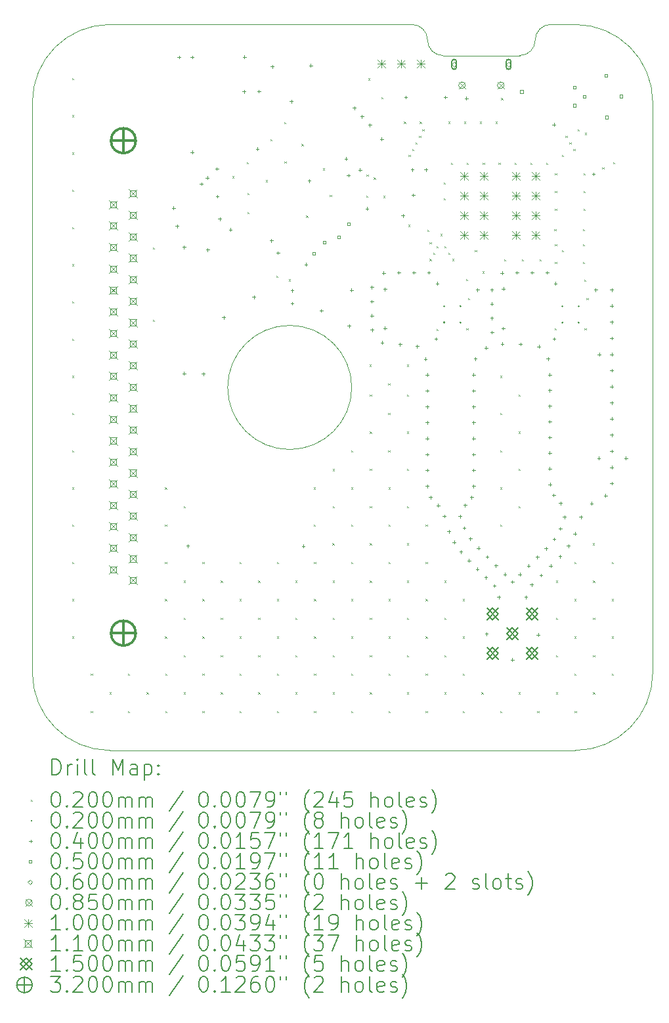
<source format=gbr>
%TF.GenerationSoftware,KiCad,Pcbnew,(6.0.7)*%
%TF.CreationDate,2022-12-11T17:18:45-05:00*%
%TF.ProjectId,Telemetry_KiCAD_Project,54656c65-6d65-4747-9279-5f4b69434144,rev?*%
%TF.SameCoordinates,Original*%
%TF.FileFunction,Drillmap*%
%TF.FilePolarity,Positive*%
%FSLAX45Y45*%
G04 Gerber Fmt 4.5, Leading zero omitted, Abs format (unit mm)*
G04 Created by KiCad (PCBNEW (6.0.7)) date 2022-12-11 17:18:45*
%MOMM*%
%LPD*%
G01*
G04 APERTURE LIST*
%ADD10C,0.050000*%
%ADD11C,0.200000*%
%ADD12C,0.020000*%
%ADD13C,0.040000*%
%ADD14C,0.060000*%
%ADD15C,0.085000*%
%ADD16C,0.100000*%
%ADD17C,0.110000*%
%ADD18C,0.150000*%
%ADD19C,0.320000*%
G04 APERTURE END LIST*
D10*
X13095000Y-5200000D02*
G75*
G03*
X12895000Y-5000000I-200000J0D01*
G01*
X15000000Y-14360000D02*
G75*
G03*
X16000000Y-13360000I0J1000000D01*
G01*
X8000000Y-13360000D02*
G75*
G03*
X9000000Y-14360000I1000000J0D01*
G01*
X13095000Y-5200000D02*
G75*
G03*
X13295000Y-5400000I200000J0D01*
G01*
X16000000Y-6000000D02*
X16000000Y-13360000D01*
X16000000Y-6000000D02*
G75*
G03*
X15000000Y-5000000I-1000000J0D01*
G01*
X8000000Y-13360000D02*
X8000000Y-6000000D01*
X15000000Y-14360000D02*
X9000000Y-14360000D01*
X9000000Y-5000000D02*
G75*
G03*
X8000000Y-6000000I0J-1000000D01*
G01*
X13295000Y-5400000D02*
X14285000Y-5400000D01*
X14685000Y-5000000D02*
G75*
G03*
X14485000Y-5200000I0J-200000D01*
G01*
X14285000Y-5400000D02*
G75*
G03*
X14485000Y-5200000I0J200000D01*
G01*
X9000000Y-5000000D02*
X12895000Y-5000000D01*
X14685000Y-5000000D02*
X15000000Y-5000000D01*
X12118000Y-9680000D02*
G75*
G03*
X12118000Y-9680000I-800000J0D01*
G01*
D11*
D12*
X8511000Y-5690000D02*
X8531000Y-5710000D01*
X8531000Y-5690000D02*
X8511000Y-5710000D01*
X8511000Y-6170000D02*
X8531000Y-6190000D01*
X8531000Y-6170000D02*
X8511000Y-6190000D01*
X8511000Y-6650000D02*
X8531000Y-6670000D01*
X8531000Y-6650000D02*
X8511000Y-6670000D01*
X8511000Y-7130000D02*
X8531000Y-7150000D01*
X8531000Y-7130000D02*
X8511000Y-7150000D01*
X8511000Y-7610000D02*
X8531000Y-7630000D01*
X8531000Y-7610000D02*
X8511000Y-7630000D01*
X8511000Y-8090000D02*
X8531000Y-8110000D01*
X8531000Y-8090000D02*
X8511000Y-8110000D01*
X8511000Y-8570000D02*
X8531000Y-8590000D01*
X8531000Y-8570000D02*
X8511000Y-8590000D01*
X8511000Y-9050000D02*
X8531000Y-9070000D01*
X8531000Y-9050000D02*
X8511000Y-9070000D01*
X8511000Y-9530000D02*
X8531000Y-9550000D01*
X8531000Y-9530000D02*
X8511000Y-9550000D01*
X8511000Y-10010000D02*
X8531000Y-10030000D01*
X8531000Y-10010000D02*
X8511000Y-10030000D01*
X8511000Y-10490000D02*
X8531000Y-10510000D01*
X8531000Y-10490000D02*
X8511000Y-10510000D01*
X8511000Y-10970000D02*
X8531000Y-10990000D01*
X8531000Y-10970000D02*
X8511000Y-10990000D01*
X8511000Y-11450000D02*
X8531000Y-11470000D01*
X8531000Y-11450000D02*
X8511000Y-11470000D01*
X8511000Y-11930000D02*
X8531000Y-11950000D01*
X8531000Y-11930000D02*
X8511000Y-11950000D01*
X8511000Y-12410000D02*
X8531000Y-12430000D01*
X8531000Y-12410000D02*
X8511000Y-12430000D01*
X8511000Y-12890000D02*
X8531000Y-12910000D01*
X8531000Y-12890000D02*
X8511000Y-12910000D01*
X8752000Y-13370000D02*
X8772000Y-13390000D01*
X8772000Y-13370000D02*
X8752000Y-13390000D01*
X8753000Y-13850000D02*
X8773000Y-13870000D01*
X8773000Y-13850000D02*
X8753000Y-13870000D01*
X8992000Y-13610000D02*
X9012000Y-13630000D01*
X9012000Y-13610000D02*
X8992000Y-13630000D01*
X9232000Y-13370000D02*
X9252000Y-13390000D01*
X9252000Y-13370000D02*
X9232000Y-13390000D01*
X9233000Y-13850000D02*
X9253000Y-13870000D01*
X9253000Y-13850000D02*
X9233000Y-13870000D01*
X9472000Y-13610000D02*
X9492000Y-13630000D01*
X9492000Y-13610000D02*
X9472000Y-13630000D01*
X9555000Y-7875000D02*
X9575000Y-7895000D01*
X9575000Y-7875000D02*
X9555000Y-7895000D01*
X9555000Y-8805000D02*
X9575000Y-8825000D01*
X9575000Y-8805000D02*
X9555000Y-8825000D01*
X9710000Y-10970000D02*
X9730000Y-10990000D01*
X9730000Y-10970000D02*
X9710000Y-10990000D01*
X9710000Y-11450000D02*
X9730000Y-11470000D01*
X9730000Y-11450000D02*
X9710000Y-11470000D01*
X9711000Y-11930000D02*
X9731000Y-11950000D01*
X9731000Y-11930000D02*
X9711000Y-11950000D01*
X9711000Y-12410000D02*
X9731000Y-12430000D01*
X9731000Y-12410000D02*
X9711000Y-12430000D01*
X9711000Y-12890000D02*
X9731000Y-12910000D01*
X9731000Y-12890000D02*
X9711000Y-12910000D01*
X9712000Y-13370000D02*
X9732000Y-13390000D01*
X9732000Y-13370000D02*
X9712000Y-13390000D01*
X9713000Y-13850000D02*
X9733000Y-13870000D01*
X9733000Y-13850000D02*
X9713000Y-13870000D01*
X9950000Y-11210000D02*
X9970000Y-11230000D01*
X9970000Y-11210000D02*
X9950000Y-11230000D01*
X9951000Y-12170000D02*
X9971000Y-12190000D01*
X9971000Y-12170000D02*
X9951000Y-12190000D01*
X9951000Y-12650000D02*
X9971000Y-12670000D01*
X9971000Y-12650000D02*
X9951000Y-12670000D01*
X9951000Y-13130000D02*
X9971000Y-13150000D01*
X9971000Y-13130000D02*
X9951000Y-13150000D01*
X9952000Y-13610000D02*
X9972000Y-13630000D01*
X9972000Y-13610000D02*
X9952000Y-13630000D01*
X10191000Y-11930000D02*
X10211000Y-11950000D01*
X10211000Y-11930000D02*
X10191000Y-11950000D01*
X10191000Y-12410000D02*
X10211000Y-12430000D01*
X10211000Y-12410000D02*
X10191000Y-12430000D01*
X10191000Y-12890000D02*
X10211000Y-12910000D01*
X10211000Y-12890000D02*
X10191000Y-12910000D01*
X10191000Y-13370000D02*
X10211000Y-13390000D01*
X10211000Y-13370000D02*
X10191000Y-13390000D01*
X10192000Y-13850000D02*
X10212000Y-13870000D01*
X10212000Y-13850000D02*
X10192000Y-13870000D01*
X10431000Y-12170000D02*
X10451000Y-12190000D01*
X10451000Y-12170000D02*
X10431000Y-12190000D01*
X10431000Y-12650000D02*
X10451000Y-12670000D01*
X10451000Y-12650000D02*
X10431000Y-12670000D01*
X10431000Y-13130000D02*
X10451000Y-13150000D01*
X10451000Y-13130000D02*
X10431000Y-13150000D01*
X10431000Y-13610000D02*
X10451000Y-13630000D01*
X10451000Y-13610000D02*
X10431000Y-13630000D01*
X10578000Y-6957000D02*
X10598000Y-6977000D01*
X10598000Y-6957000D02*
X10578000Y-6977000D01*
X10671000Y-11930000D02*
X10691000Y-11950000D01*
X10691000Y-11930000D02*
X10671000Y-11950000D01*
X10671000Y-12410000D02*
X10691000Y-12430000D01*
X10691000Y-12410000D02*
X10671000Y-12430000D01*
X10671000Y-12890000D02*
X10691000Y-12910000D01*
X10691000Y-12890000D02*
X10671000Y-12910000D01*
X10671000Y-13370000D02*
X10691000Y-13390000D01*
X10691000Y-13370000D02*
X10671000Y-13390000D01*
X10672000Y-13850000D02*
X10692000Y-13870000D01*
X10692000Y-13850000D02*
X10672000Y-13870000D01*
X10765000Y-6775000D02*
X10785000Y-6795000D01*
X10785000Y-6775000D02*
X10765000Y-6795000D01*
X10770000Y-7415000D02*
X10790000Y-7435000D01*
X10790000Y-7415000D02*
X10770000Y-7435000D01*
X10772000Y-7174000D02*
X10792000Y-7194000D01*
X10792000Y-7174000D02*
X10772000Y-7194000D01*
X10911000Y-12170000D02*
X10931000Y-12190000D01*
X10931000Y-12170000D02*
X10911000Y-12190000D01*
X10911000Y-12650000D02*
X10931000Y-12670000D01*
X10931000Y-12650000D02*
X10911000Y-12670000D01*
X10911000Y-13130000D02*
X10931000Y-13150000D01*
X10931000Y-13130000D02*
X10911000Y-13150000D01*
X10911000Y-13610000D02*
X10931000Y-13630000D01*
X10931000Y-13610000D02*
X10911000Y-13630000D01*
X11009293Y-7007618D02*
X11029293Y-7027618D01*
X11029293Y-7007618D02*
X11009293Y-7027618D01*
X11070000Y-6475000D02*
X11090000Y-6495000D01*
X11090000Y-6475000D02*
X11070000Y-6495000D01*
X11145000Y-8240000D02*
X11165000Y-8260000D01*
X11165000Y-8240000D02*
X11145000Y-8260000D01*
X11151000Y-11930000D02*
X11171000Y-11950000D01*
X11171000Y-11930000D02*
X11151000Y-11950000D01*
X11151000Y-12410000D02*
X11171000Y-12430000D01*
X11171000Y-12410000D02*
X11151000Y-12430000D01*
X11151000Y-12890000D02*
X11171000Y-12910000D01*
X11171000Y-12890000D02*
X11151000Y-12910000D01*
X11151000Y-13370000D02*
X11171000Y-13390000D01*
X11171000Y-13370000D02*
X11151000Y-13390000D01*
X11152000Y-13850000D02*
X11172000Y-13870000D01*
X11172000Y-13850000D02*
X11152000Y-13870000D01*
X11245000Y-6255000D02*
X11265000Y-6275000D01*
X11265000Y-6255000D02*
X11245000Y-6275000D01*
X11250707Y-6768207D02*
X11270707Y-6788207D01*
X11270707Y-6768207D02*
X11250707Y-6788207D01*
X11305000Y-8285000D02*
X11325000Y-8305000D01*
X11325000Y-8285000D02*
X11305000Y-8305000D01*
X11391000Y-12170000D02*
X11411000Y-12190000D01*
X11411000Y-12170000D02*
X11391000Y-12190000D01*
X11391000Y-12650000D02*
X11411000Y-12670000D01*
X11411000Y-12650000D02*
X11391000Y-12670000D01*
X11391000Y-13130000D02*
X11411000Y-13150000D01*
X11411000Y-13130000D02*
X11391000Y-13150000D01*
X11391000Y-13610000D02*
X11411000Y-13630000D01*
X11411000Y-13610000D02*
X11391000Y-13630000D01*
X11470000Y-6540000D02*
X11490000Y-6560000D01*
X11490000Y-6540000D02*
X11470000Y-6560000D01*
X11530000Y-7465000D02*
X11550000Y-7485000D01*
X11550000Y-7465000D02*
X11530000Y-7485000D01*
X11630000Y-10970000D02*
X11650000Y-10990000D01*
X11650000Y-10970000D02*
X11630000Y-10990000D01*
X11630000Y-11450000D02*
X11650000Y-11470000D01*
X11650000Y-11450000D02*
X11630000Y-11470000D01*
X11631000Y-11930000D02*
X11651000Y-11950000D01*
X11651000Y-11930000D02*
X11631000Y-11950000D01*
X11631000Y-12410000D02*
X11651000Y-12430000D01*
X11651000Y-12410000D02*
X11631000Y-12430000D01*
X11631000Y-12890000D02*
X11651000Y-12910000D01*
X11651000Y-12890000D02*
X11631000Y-12910000D01*
X11631000Y-13370000D02*
X11651000Y-13390000D01*
X11651000Y-13370000D02*
X11631000Y-13390000D01*
X11632000Y-13850000D02*
X11652000Y-13870000D01*
X11652000Y-13850000D02*
X11632000Y-13870000D01*
X11745000Y-6855000D02*
X11765000Y-6875000D01*
X11765000Y-6855000D02*
X11745000Y-6875000D01*
X11835000Y-7200000D02*
X11855000Y-7220000D01*
X11855000Y-7200000D02*
X11835000Y-7220000D01*
X11870000Y-11690000D02*
X11890000Y-11710000D01*
X11890000Y-11690000D02*
X11870000Y-11710000D01*
X11871000Y-11210000D02*
X11891000Y-11230000D01*
X11891000Y-11210000D02*
X11871000Y-11230000D01*
X11871000Y-12170000D02*
X11891000Y-12190000D01*
X11891000Y-12170000D02*
X11871000Y-12190000D01*
X11871000Y-12650000D02*
X11891000Y-12670000D01*
X11891000Y-12650000D02*
X11871000Y-12670000D01*
X11871000Y-13130000D02*
X11891000Y-13150000D01*
X11891000Y-13130000D02*
X11871000Y-13150000D01*
X11871000Y-13610000D02*
X11891000Y-13630000D01*
X11891000Y-13610000D02*
X11871000Y-13630000D01*
X11871000Y-10731000D02*
X11891000Y-10751000D01*
X11891000Y-10731000D02*
X11871000Y-10751000D01*
X12110000Y-10490000D02*
X12130000Y-10510000D01*
X12130000Y-10490000D02*
X12110000Y-10510000D01*
X12111000Y-10970000D02*
X12131000Y-10990000D01*
X12131000Y-10970000D02*
X12111000Y-10990000D01*
X12111000Y-11450000D02*
X12131000Y-11470000D01*
X12131000Y-11450000D02*
X12111000Y-11470000D01*
X12111000Y-11930000D02*
X12131000Y-11950000D01*
X12131000Y-11930000D02*
X12111000Y-11950000D01*
X12111000Y-12410000D02*
X12131000Y-12430000D01*
X12131000Y-12410000D02*
X12111000Y-12430000D01*
X12111000Y-12890000D02*
X12131000Y-12910000D01*
X12131000Y-12890000D02*
X12111000Y-12910000D01*
X12111000Y-13370000D02*
X12131000Y-13390000D01*
X12131000Y-13370000D02*
X12111000Y-13390000D01*
X12112000Y-13850000D02*
X12132000Y-13870000D01*
X12132000Y-13850000D02*
X12112000Y-13870000D01*
X12305000Y-7205000D02*
X12325000Y-7225000D01*
X12325000Y-7205000D02*
X12305000Y-7225000D01*
X12310000Y-6935000D02*
X12330000Y-6955000D01*
X12330000Y-6935000D02*
X12310000Y-6955000D01*
X12330000Y-5695000D02*
X12350000Y-5715000D01*
X12350000Y-5695000D02*
X12330000Y-5715000D01*
X12348000Y-9387000D02*
X12368000Y-9407000D01*
X12368000Y-9387000D02*
X12348000Y-9407000D01*
X12350000Y-9769000D02*
X12370000Y-9789000D01*
X12370000Y-9769000D02*
X12350000Y-9789000D01*
X12350000Y-10249000D02*
X12370000Y-10269000D01*
X12370000Y-10249000D02*
X12350000Y-10269000D01*
X12351000Y-10730000D02*
X12371000Y-10750000D01*
X12371000Y-10730000D02*
X12351000Y-10750000D01*
X12351000Y-11210000D02*
X12371000Y-11230000D01*
X12371000Y-11210000D02*
X12351000Y-11230000D01*
X12351000Y-11690000D02*
X12371000Y-11710000D01*
X12371000Y-11690000D02*
X12351000Y-11710000D01*
X12351000Y-12170000D02*
X12371000Y-12190000D01*
X12371000Y-12170000D02*
X12351000Y-12190000D01*
X12351000Y-12650000D02*
X12371000Y-12670000D01*
X12371000Y-12650000D02*
X12351000Y-12670000D01*
X12351000Y-13130000D02*
X12371000Y-13150000D01*
X12371000Y-13130000D02*
X12351000Y-13150000D01*
X12351000Y-13610000D02*
X12371000Y-13630000D01*
X12371000Y-13610000D02*
X12351000Y-13630000D01*
X12402500Y-6972500D02*
X12422500Y-6992500D01*
X12422500Y-6972500D02*
X12402500Y-6992500D01*
X12500000Y-5935000D02*
X12520000Y-5955000D01*
X12520000Y-5935000D02*
X12500000Y-5955000D01*
X12525000Y-7210000D02*
X12545000Y-7230000D01*
X12545000Y-7210000D02*
X12525000Y-7230000D01*
X12588000Y-9627000D02*
X12608000Y-9647000D01*
X12608000Y-9627000D02*
X12588000Y-9647000D01*
X12590000Y-10009000D02*
X12610000Y-10029000D01*
X12610000Y-10009000D02*
X12590000Y-10029000D01*
X12590000Y-10489000D02*
X12610000Y-10509000D01*
X12610000Y-10489000D02*
X12590000Y-10509000D01*
X12591000Y-10970000D02*
X12611000Y-10990000D01*
X12611000Y-10970000D02*
X12591000Y-10990000D01*
X12591000Y-11450000D02*
X12611000Y-11470000D01*
X12611000Y-11450000D02*
X12591000Y-11470000D01*
X12591000Y-11930000D02*
X12611000Y-11950000D01*
X12611000Y-11930000D02*
X12591000Y-11950000D01*
X12591000Y-12410000D02*
X12611000Y-12430000D01*
X12611000Y-12410000D02*
X12591000Y-12430000D01*
X12591000Y-12890000D02*
X12611000Y-12910000D01*
X12611000Y-12890000D02*
X12591000Y-12910000D01*
X12591000Y-13370000D02*
X12611000Y-13390000D01*
X12611000Y-13370000D02*
X12591000Y-13390000D01*
X12592000Y-13850000D02*
X12612000Y-13870000D01*
X12612000Y-13850000D02*
X12592000Y-13870000D01*
X12792218Y-6252500D02*
X12812218Y-6272500D01*
X12812218Y-6252500D02*
X12792218Y-6272500D01*
X12828000Y-9387000D02*
X12848000Y-9407000D01*
X12848000Y-9387000D02*
X12828000Y-9407000D01*
X12830000Y-9769000D02*
X12850000Y-9789000D01*
X12850000Y-9769000D02*
X12830000Y-9789000D01*
X12830000Y-10249000D02*
X12850000Y-10269000D01*
X12850000Y-10249000D02*
X12830000Y-10269000D01*
X12830000Y-10729000D02*
X12850000Y-10749000D01*
X12850000Y-10729000D02*
X12830000Y-10749000D01*
X12831000Y-11690000D02*
X12851000Y-11710000D01*
X12851000Y-11690000D02*
X12831000Y-11710000D01*
X12831000Y-12170000D02*
X12851000Y-12190000D01*
X12851000Y-12170000D02*
X12831000Y-12190000D01*
X12831000Y-12650000D02*
X12851000Y-12670000D01*
X12851000Y-12650000D02*
X12831000Y-12670000D01*
X12831000Y-13130000D02*
X12851000Y-13150000D01*
X12851000Y-13130000D02*
X12831000Y-13150000D01*
X12831000Y-13610000D02*
X12851000Y-13630000D01*
X12851000Y-13610000D02*
X12831000Y-13630000D01*
X12831000Y-11210000D02*
X12851000Y-11230000D01*
X12851000Y-11210000D02*
X12831000Y-11230000D01*
X12847000Y-7584000D02*
X12867000Y-7604000D01*
X12867000Y-7584000D02*
X12847000Y-7604000D01*
X12850000Y-6682500D02*
X12870000Y-6702500D01*
X12870000Y-6682500D02*
X12850000Y-6702500D01*
X12895000Y-6602500D02*
X12915000Y-6622500D01*
X12915000Y-6602500D02*
X12895000Y-6622500D01*
X12940000Y-6522500D02*
X12960000Y-6542500D01*
X12960000Y-6522500D02*
X12940000Y-6542500D01*
X12985000Y-6437500D02*
X13005000Y-6457500D01*
X13005000Y-6437500D02*
X12985000Y-6457500D01*
X12995653Y-6252500D02*
X13015653Y-6272500D01*
X13015653Y-6252500D02*
X12995653Y-6272500D01*
X13030000Y-6352500D02*
X13050000Y-6372500D01*
X13050000Y-6352500D02*
X13030000Y-6372500D01*
X13071000Y-11930000D02*
X13091000Y-11950000D01*
X13091000Y-11930000D02*
X13071000Y-11950000D01*
X13071000Y-12410000D02*
X13091000Y-12430000D01*
X13091000Y-12410000D02*
X13071000Y-12430000D01*
X13071000Y-12890000D02*
X13091000Y-12910000D01*
X13091000Y-12890000D02*
X13071000Y-12910000D01*
X13071000Y-13370000D02*
X13091000Y-13390000D01*
X13091000Y-13370000D02*
X13071000Y-13390000D01*
X13071000Y-11450000D02*
X13091000Y-11470000D01*
X13091000Y-11450000D02*
X13071000Y-11470000D01*
X13072000Y-13850000D02*
X13092000Y-13870000D01*
X13092000Y-13850000D02*
X13072000Y-13870000D01*
X13090000Y-7647500D02*
X13110000Y-7667500D01*
X13110000Y-7647500D02*
X13090000Y-7667500D01*
X13122000Y-8023000D02*
X13142000Y-8043000D01*
X13142000Y-8023000D02*
X13122000Y-8043000D01*
X13122500Y-7805000D02*
X13142500Y-7825000D01*
X13142500Y-7805000D02*
X13122500Y-7825000D01*
X13167000Y-7943000D02*
X13187000Y-7963000D01*
X13187000Y-7943000D02*
X13167000Y-7963000D01*
X13210000Y-8922500D02*
X13230000Y-8942500D01*
X13230000Y-8922500D02*
X13210000Y-8942500D01*
X13212000Y-7858000D02*
X13232000Y-7878000D01*
X13232000Y-7858000D02*
X13212000Y-7878000D01*
X13262500Y-7700000D02*
X13282500Y-7720000D01*
X13282500Y-7700000D02*
X13262500Y-7720000D01*
X13304063Y-7036483D02*
X13324063Y-7056483D01*
X13324063Y-7036483D02*
X13304063Y-7056483D01*
X13304063Y-7238700D02*
X13324063Y-7258700D01*
X13324063Y-7238700D02*
X13304063Y-7258700D01*
X13311000Y-12170000D02*
X13331000Y-12190000D01*
X13331000Y-12170000D02*
X13311000Y-12190000D01*
X13311000Y-12650000D02*
X13331000Y-12670000D01*
X13331000Y-12650000D02*
X13311000Y-12670000D01*
X13311000Y-13130000D02*
X13331000Y-13150000D01*
X13331000Y-13130000D02*
X13311000Y-13150000D01*
X13311000Y-13610000D02*
X13331000Y-13630000D01*
X13331000Y-13610000D02*
X13311000Y-13630000D01*
X13312000Y-7858000D02*
X13332000Y-7878000D01*
X13332000Y-7858000D02*
X13312000Y-7878000D01*
X13362000Y-7943000D02*
X13382000Y-7963000D01*
X13382000Y-7943000D02*
X13362000Y-7963000D01*
X13362522Y-6252500D02*
X13382522Y-6272500D01*
X13382522Y-6252500D02*
X13362522Y-6272500D01*
X13397967Y-6782500D02*
X13417967Y-6802500D01*
X13417967Y-6782500D02*
X13397967Y-6802500D01*
X13412000Y-8023000D02*
X13432000Y-8043000D01*
X13432000Y-8023000D02*
X13412000Y-8043000D01*
X13551000Y-12410000D02*
X13571000Y-12430000D01*
X13571000Y-12410000D02*
X13551000Y-12430000D01*
X13551000Y-12890000D02*
X13571000Y-12910000D01*
X13571000Y-12890000D02*
X13551000Y-12910000D01*
X13551000Y-13370000D02*
X13571000Y-13390000D01*
X13571000Y-13370000D02*
X13551000Y-13390000D01*
X13552000Y-13850000D02*
X13572000Y-13870000D01*
X13572000Y-13850000D02*
X13552000Y-13870000D01*
X13565957Y-6252500D02*
X13585957Y-6272500D01*
X13585957Y-6252500D02*
X13565957Y-6272500D01*
X13590000Y-8280000D02*
X13610000Y-8300000D01*
X13610000Y-8280000D02*
X13590000Y-8300000D01*
X13595000Y-8917595D02*
X13615000Y-8937595D01*
X13615000Y-8917595D02*
X13595000Y-8937595D01*
X13602543Y-6782500D02*
X13622543Y-6802500D01*
X13622543Y-6782500D02*
X13602543Y-6802500D01*
X13619771Y-8524905D02*
X13639771Y-8544905D01*
X13639771Y-8524905D02*
X13619771Y-8544905D01*
X13707500Y-7907500D02*
X13727500Y-7927500D01*
X13727500Y-7907500D02*
X13707500Y-7927500D01*
X13769392Y-6252500D02*
X13789392Y-6272500D01*
X13789392Y-6252500D02*
X13769392Y-6272500D01*
X13791000Y-13610000D02*
X13811000Y-13630000D01*
X13811000Y-13610000D02*
X13791000Y-13630000D01*
X13805000Y-8185000D02*
X13825000Y-8205000D01*
X13825000Y-8185000D02*
X13805000Y-8205000D01*
X13807119Y-6782500D02*
X13827119Y-6802500D01*
X13827119Y-6782500D02*
X13807119Y-6802500D01*
X13972826Y-6252500D02*
X13992826Y-6272500D01*
X13992826Y-6252500D02*
X13972826Y-6272500D01*
X14011695Y-6782500D02*
X14031695Y-6802500D01*
X14031695Y-6782500D02*
X14011695Y-6802500D01*
X14031000Y-9530000D02*
X14051000Y-9550000D01*
X14051000Y-9530000D02*
X14031000Y-9550000D01*
X14031000Y-10010000D02*
X14051000Y-10030000D01*
X14051000Y-10010000D02*
X14031000Y-10030000D01*
X14031000Y-10490000D02*
X14051000Y-10510000D01*
X14051000Y-10490000D02*
X14031000Y-10510000D01*
X14031000Y-10970000D02*
X14051000Y-10990000D01*
X14051000Y-10970000D02*
X14031000Y-10990000D01*
X14031000Y-11450000D02*
X14051000Y-11470000D01*
X14051000Y-11450000D02*
X14031000Y-11470000D01*
X14032000Y-13850000D02*
X14052000Y-13870000D01*
X14052000Y-13850000D02*
X14032000Y-13870000D01*
X14045000Y-5950000D02*
X14065000Y-5970000D01*
X14065000Y-5950000D02*
X14045000Y-5970000D01*
X14084437Y-8025000D02*
X14104437Y-8045000D01*
X14104437Y-8025000D02*
X14084437Y-8045000D01*
X14216272Y-6782500D02*
X14236272Y-6802500D01*
X14236272Y-6782500D02*
X14216272Y-6802500D01*
X14271000Y-9770000D02*
X14291000Y-9790000D01*
X14291000Y-9770000D02*
X14271000Y-9790000D01*
X14271000Y-10250000D02*
X14291000Y-10270000D01*
X14291000Y-10250000D02*
X14271000Y-10270000D01*
X14271000Y-10730000D02*
X14291000Y-10750000D01*
X14291000Y-10730000D02*
X14271000Y-10750000D01*
X14271000Y-11210000D02*
X14291000Y-11230000D01*
X14291000Y-11210000D02*
X14271000Y-11230000D01*
X14271000Y-13610000D02*
X14291000Y-13630000D01*
X14291000Y-13610000D02*
X14271000Y-13630000D01*
X14312286Y-8025000D02*
X14332286Y-8045000D01*
X14332286Y-8025000D02*
X14312286Y-8045000D01*
X14420848Y-6782500D02*
X14440848Y-6802500D01*
X14440848Y-6782500D02*
X14420848Y-6802500D01*
X14512000Y-13850000D02*
X14532000Y-13870000D01*
X14532000Y-13850000D02*
X14512000Y-13870000D01*
X14540000Y-8025000D02*
X14560000Y-8045000D01*
X14560000Y-8025000D02*
X14540000Y-8045000D01*
X14625424Y-6782500D02*
X14645424Y-6802500D01*
X14645424Y-6782500D02*
X14625424Y-6802500D01*
X14730000Y-7638928D02*
X14750000Y-7658928D01*
X14750000Y-7638928D02*
X14730000Y-7658928D01*
X14735000Y-8917500D02*
X14755000Y-8937500D01*
X14755000Y-8917500D02*
X14735000Y-8937500D01*
X14740000Y-6920357D02*
X14760000Y-6940357D01*
X14760000Y-6920357D02*
X14740000Y-6940357D01*
X14740000Y-7148214D02*
X14760000Y-7168214D01*
X14760000Y-7148214D02*
X14740000Y-7168214D01*
X14740000Y-7376071D02*
X14760000Y-7396071D01*
X14760000Y-7376071D02*
X14740000Y-7396071D01*
X14740000Y-7831786D02*
X14760000Y-7851786D01*
X14760000Y-7831786D02*
X14740000Y-7851786D01*
X14740000Y-8059643D02*
X14760000Y-8079643D01*
X14760000Y-8059643D02*
X14740000Y-8079643D01*
X14751000Y-12170000D02*
X14771000Y-12190000D01*
X14771000Y-12170000D02*
X14751000Y-12190000D01*
X14751000Y-12650000D02*
X14771000Y-12670000D01*
X14771000Y-12650000D02*
X14751000Y-12670000D01*
X14751000Y-13130000D02*
X14771000Y-13150000D01*
X14771000Y-13130000D02*
X14751000Y-13150000D01*
X14751000Y-13610000D02*
X14771000Y-13630000D01*
X14771000Y-13610000D02*
X14751000Y-13630000D01*
X14830000Y-6682500D02*
X14850000Y-6702500D01*
X14850000Y-6682500D02*
X14830000Y-6702500D01*
X14830000Y-7907500D02*
X14850000Y-7927500D01*
X14850000Y-7907500D02*
X14830000Y-7927500D01*
X14875000Y-6437500D02*
X14895000Y-6457500D01*
X14895000Y-6437500D02*
X14875000Y-6457500D01*
X14925000Y-6522500D02*
X14945000Y-6542500D01*
X14945000Y-6522500D02*
X14925000Y-6542500D01*
X14975000Y-6602500D02*
X14995000Y-6622500D01*
X14995000Y-6602500D02*
X14975000Y-6622500D01*
X14990000Y-11930000D02*
X15010000Y-11950000D01*
X15010000Y-11930000D02*
X14990000Y-11950000D01*
X14991000Y-12410000D02*
X15011000Y-12430000D01*
X15011000Y-12410000D02*
X14991000Y-12430000D01*
X14991000Y-12890000D02*
X15011000Y-12910000D01*
X15011000Y-12890000D02*
X14991000Y-12910000D01*
X14991000Y-13370000D02*
X15011000Y-13390000D01*
X15011000Y-13370000D02*
X14991000Y-13390000D01*
X14992000Y-13850000D02*
X15012000Y-13870000D01*
X15012000Y-13850000D02*
X14992000Y-13870000D01*
X15029000Y-6353000D02*
X15049000Y-6373000D01*
X15049000Y-6353000D02*
X15029000Y-6373000D01*
X15100000Y-7639071D02*
X15120000Y-7659071D01*
X15120000Y-7639071D02*
X15100000Y-7659071D01*
X15100000Y-7831929D02*
X15120000Y-7851929D01*
X15120000Y-7831929D02*
X15100000Y-7851929D01*
X15100000Y-8059643D02*
X15120000Y-8079643D01*
X15120000Y-8059643D02*
X15100000Y-8079643D01*
X15110000Y-6920500D02*
X15130000Y-6940500D01*
X15130000Y-6920500D02*
X15110000Y-6940500D01*
X15110000Y-7148357D02*
X15130000Y-7168357D01*
X15130000Y-7148357D02*
X15110000Y-7168357D01*
X15110000Y-7376214D02*
X15130000Y-7396214D01*
X15130000Y-7376214D02*
X15110000Y-7396214D01*
X15118000Y-8288000D02*
X15138000Y-8308000D01*
X15138000Y-8288000D02*
X15118000Y-8308000D01*
X15120000Y-8917500D02*
X15140000Y-8937500D01*
X15140000Y-8917500D02*
X15120000Y-8937500D01*
X15122000Y-6398000D02*
X15142000Y-6418000D01*
X15142000Y-6398000D02*
X15122000Y-6418000D01*
X15145000Y-8525000D02*
X15165000Y-8545000D01*
X15165000Y-8525000D02*
X15145000Y-8545000D01*
X15228000Y-11689000D02*
X15248000Y-11709000D01*
X15248000Y-11689000D02*
X15228000Y-11709000D01*
X15230000Y-12170000D02*
X15250000Y-12190000D01*
X15250000Y-12170000D02*
X15230000Y-12190000D01*
X15231000Y-12650000D02*
X15251000Y-12670000D01*
X15251000Y-12650000D02*
X15231000Y-12670000D01*
X15231000Y-13130000D02*
X15251000Y-13150000D01*
X15251000Y-13130000D02*
X15231000Y-13150000D01*
X15231000Y-13610000D02*
X15251000Y-13630000D01*
X15251000Y-13610000D02*
X15231000Y-13630000D01*
X15349000Y-6840000D02*
X15369000Y-6860000D01*
X15369000Y-6840000D02*
X15349000Y-6860000D01*
X15470000Y-11930000D02*
X15490000Y-11950000D01*
X15490000Y-11930000D02*
X15470000Y-11950000D01*
X15470000Y-12410000D02*
X15490000Y-12430000D01*
X15490000Y-12410000D02*
X15470000Y-12430000D01*
X15471000Y-12890000D02*
X15491000Y-12910000D01*
X15491000Y-12890000D02*
X15471000Y-12910000D01*
X15471000Y-13370000D02*
X15491000Y-13390000D01*
X15491000Y-13370000D02*
X15471000Y-13390000D01*
X15491000Y-6775000D02*
X15511000Y-6795000D01*
X15511000Y-6775000D02*
X15491000Y-6795000D01*
X13320000Y-8632500D02*
G75*
G03*
X13320000Y-8632500I-10000J0D01*
G01*
X13320000Y-8842500D02*
G75*
G03*
X13320000Y-8842500I-10000J0D01*
G01*
X13530000Y-8632500D02*
G75*
G03*
X13530000Y-8632500I-10000J0D01*
G01*
X13530000Y-8842500D02*
G75*
G03*
X13530000Y-8842500I-10000J0D01*
G01*
X14845000Y-8632500D02*
G75*
G03*
X14845000Y-8632500I-10000J0D01*
G01*
X14845000Y-8842500D02*
G75*
G03*
X14845000Y-8842500I-10000J0D01*
G01*
X15055000Y-8632500D02*
G75*
G03*
X15055000Y-8632500I-10000J0D01*
G01*
X15055000Y-8842500D02*
G75*
G03*
X15055000Y-8842500I-10000J0D01*
G01*
D13*
X9820000Y-7345000D02*
X9820000Y-7385000D01*
X9800000Y-7365000D02*
X9840000Y-7365000D01*
X9865000Y-7580000D02*
X9865000Y-7620000D01*
X9845000Y-7600000D02*
X9885000Y-7600000D01*
X9890000Y-5400000D02*
X9890000Y-5440000D01*
X9870000Y-5420000D02*
X9910000Y-5420000D01*
X9955000Y-7850000D02*
X9955000Y-7890000D01*
X9935000Y-7870000D02*
X9975000Y-7870000D01*
X9955000Y-9480000D02*
X9955000Y-9520000D01*
X9935000Y-9500000D02*
X9975000Y-9500000D01*
X10003500Y-11704000D02*
X10003500Y-11744000D01*
X9983500Y-11724000D02*
X10023500Y-11724000D01*
X10060000Y-5400000D02*
X10060000Y-5440000D01*
X10040000Y-5420000D02*
X10080000Y-5420000D01*
X10060000Y-6625000D02*
X10060000Y-6665000D01*
X10040000Y-6645000D02*
X10080000Y-6645000D01*
X10180000Y-7035000D02*
X10180000Y-7075000D01*
X10160000Y-7055000D02*
X10200000Y-7055000D01*
X10205000Y-9485000D02*
X10205000Y-9525000D01*
X10185000Y-9505000D02*
X10225000Y-9505000D01*
X10255000Y-6955000D02*
X10255000Y-6995000D01*
X10235000Y-6975000D02*
X10275000Y-6975000D01*
X10260000Y-7885000D02*
X10260000Y-7925000D01*
X10240000Y-7905000D02*
X10280000Y-7905000D01*
X10380000Y-6840000D02*
X10380000Y-6880000D01*
X10360000Y-6860000D02*
X10400000Y-6860000D01*
X10385000Y-7195000D02*
X10385000Y-7235000D01*
X10365000Y-7215000D02*
X10405000Y-7215000D01*
X10415000Y-7485000D02*
X10415000Y-7525000D01*
X10395000Y-7505000D02*
X10435000Y-7505000D01*
X10465000Y-8755000D02*
X10465000Y-8795000D01*
X10445000Y-8775000D02*
X10485000Y-8775000D01*
X10555000Y-7625000D02*
X10555000Y-7665000D01*
X10535000Y-7645000D02*
X10575000Y-7645000D01*
X10728500Y-5843250D02*
X10728500Y-5883250D01*
X10708500Y-5863250D02*
X10748500Y-5863250D01*
X10733500Y-5398250D02*
X10733500Y-5438250D01*
X10713500Y-5418250D02*
X10753500Y-5418250D01*
X10855000Y-8495000D02*
X10855000Y-8535000D01*
X10835000Y-8515000D02*
X10875000Y-8515000D01*
X10900000Y-6585000D02*
X10900000Y-6625000D01*
X10880000Y-6605000D02*
X10920000Y-6605000D01*
X10920000Y-5840000D02*
X10920000Y-5880000D01*
X10900000Y-5860000D02*
X10940000Y-5860000D01*
X11080000Y-7765000D02*
X11080000Y-7805000D01*
X11060000Y-7785000D02*
X11100000Y-7785000D01*
X11093500Y-5523250D02*
X11093500Y-5563250D01*
X11073500Y-5543250D02*
X11113500Y-5543250D01*
X11165000Y-7925000D02*
X11165000Y-7965000D01*
X11145000Y-7945000D02*
X11185000Y-7945000D01*
X11340000Y-5970000D02*
X11340000Y-6010000D01*
X11320000Y-5990000D02*
X11360000Y-5990000D01*
X11350000Y-8410000D02*
X11350000Y-8450000D01*
X11330000Y-8430000D02*
X11370000Y-8430000D01*
X11350000Y-8575000D02*
X11350000Y-8615000D01*
X11330000Y-8595000D02*
X11370000Y-8595000D01*
X11494500Y-11705000D02*
X11494500Y-11745000D01*
X11474500Y-11725000D02*
X11514500Y-11725000D01*
X11527000Y-8075000D02*
X11527000Y-8115000D01*
X11507000Y-8095000D02*
X11547000Y-8095000D01*
X11570000Y-6995000D02*
X11570000Y-7035000D01*
X11550000Y-7015000D02*
X11590000Y-7015000D01*
X11591000Y-5509000D02*
X11591000Y-5549000D01*
X11571000Y-5529000D02*
X11611000Y-5529000D01*
X11725000Y-8670000D02*
X11725000Y-8710000D01*
X11705000Y-8690000D02*
X11745000Y-8690000D01*
X12045000Y-6710000D02*
X12045000Y-6750000D01*
X12025000Y-6730000D02*
X12065000Y-6730000D01*
X12075000Y-6925000D02*
X12075000Y-6965000D01*
X12055000Y-6945000D02*
X12095000Y-6945000D01*
X12085000Y-8865000D02*
X12085000Y-8905000D01*
X12065000Y-8885000D02*
X12105000Y-8885000D01*
X12115000Y-8405000D02*
X12115000Y-8445000D01*
X12095000Y-8425000D02*
X12135000Y-8425000D01*
X12150000Y-6055000D02*
X12150000Y-6095000D01*
X12130000Y-6075000D02*
X12170000Y-6075000D01*
X12225000Y-6855000D02*
X12225000Y-6895000D01*
X12205000Y-6875000D02*
X12245000Y-6875000D01*
X12250000Y-6165000D02*
X12250000Y-6205000D01*
X12230000Y-6185000D02*
X12270000Y-6185000D01*
X12315000Y-7355000D02*
X12315000Y-7395000D01*
X12295000Y-7375000D02*
X12335000Y-7375000D01*
X12350000Y-6275000D02*
X12350000Y-6315000D01*
X12330000Y-6295000D02*
X12370000Y-6295000D01*
X12377000Y-8550500D02*
X12377000Y-8590500D01*
X12357000Y-8570500D02*
X12397000Y-8570500D01*
X12377000Y-8733500D02*
X12377000Y-8773500D01*
X12357000Y-8753500D02*
X12397000Y-8753500D01*
X12377500Y-8367500D02*
X12377500Y-8407500D01*
X12357500Y-8387500D02*
X12397500Y-8387500D01*
X12379000Y-8916500D02*
X12379000Y-8956500D01*
X12359000Y-8936500D02*
X12399000Y-8936500D01*
X12505000Y-6455000D02*
X12505000Y-6495000D01*
X12485000Y-6475000D02*
X12525000Y-6475000D01*
X12509000Y-9080500D02*
X12509000Y-9120500D01*
X12489000Y-9100500D02*
X12529000Y-9100500D01*
X12530012Y-8184081D02*
X12530012Y-8224081D01*
X12510012Y-8204081D02*
X12550012Y-8204081D01*
X12545000Y-8391500D02*
X12545000Y-8431500D01*
X12525000Y-8411500D02*
X12565000Y-8411500D01*
X12546000Y-8896000D02*
X12546000Y-8936000D01*
X12526000Y-8916000D02*
X12566000Y-8916000D01*
X12723675Y-8177500D02*
X12723675Y-8217500D01*
X12703675Y-8197500D02*
X12743675Y-8197500D01*
X12741000Y-9103500D02*
X12741000Y-9143500D01*
X12721000Y-9123500D02*
X12761000Y-9123500D01*
X12778115Y-7444885D02*
X12778115Y-7484885D01*
X12758115Y-7464885D02*
X12798115Y-7464885D01*
X12815000Y-5917500D02*
X12815000Y-5957500D01*
X12795000Y-5937500D02*
X12835000Y-5937500D01*
X12898000Y-6851000D02*
X12898000Y-6891000D01*
X12878000Y-6871000D02*
X12918000Y-6871000D01*
X12910000Y-7180000D02*
X12910000Y-7220000D01*
X12890000Y-7200000D02*
X12930000Y-7200000D01*
X12917337Y-8177500D02*
X12917337Y-8217500D01*
X12897337Y-8197500D02*
X12937337Y-8197500D01*
X12960000Y-9129000D02*
X12960000Y-9169000D01*
X12940000Y-9149000D02*
X12980000Y-9149000D01*
X13068000Y-9293500D02*
X13068000Y-9333500D01*
X13048000Y-9313500D02*
X13088000Y-9313500D01*
X13073000Y-6851000D02*
X13073000Y-6891000D01*
X13053000Y-6871000D02*
X13093000Y-6871000D01*
X13090000Y-9497500D02*
X13090000Y-9537500D01*
X13070000Y-9517500D02*
X13110000Y-9517500D01*
X13090000Y-9702500D02*
X13090000Y-9742500D01*
X13070000Y-9722500D02*
X13110000Y-9722500D01*
X13090000Y-9907500D02*
X13090000Y-9947500D01*
X13070000Y-9927500D02*
X13110000Y-9927500D01*
X13090000Y-10112500D02*
X13090000Y-10152500D01*
X13070000Y-10132500D02*
X13110000Y-10132500D01*
X13090000Y-10317500D02*
X13090000Y-10357500D01*
X13070000Y-10337500D02*
X13110000Y-10337500D01*
X13090000Y-10522500D02*
X13090000Y-10562500D01*
X13070000Y-10542500D02*
X13110000Y-10542500D01*
X13090000Y-10727500D02*
X13090000Y-10767500D01*
X13070000Y-10747500D02*
X13110000Y-10747500D01*
X13090000Y-10932500D02*
X13090000Y-10972500D01*
X13070000Y-10952500D02*
X13110000Y-10952500D01*
X13111000Y-8177500D02*
X13111000Y-8217500D01*
X13091000Y-8197500D02*
X13131000Y-8197500D01*
X13132682Y-11076818D02*
X13132682Y-11116818D01*
X13112682Y-11096818D02*
X13152682Y-11096818D01*
X13203264Y-9032857D02*
X13203264Y-9072857D01*
X13183264Y-9052857D02*
X13223264Y-9052857D01*
X13221000Y-8318500D02*
X13221000Y-8358500D01*
X13201000Y-8338500D02*
X13241000Y-8338500D01*
X13231250Y-11181250D02*
X13231250Y-11221250D01*
X13211250Y-11201250D02*
X13251250Y-11201250D01*
X13310000Y-11319500D02*
X13310000Y-11359500D01*
X13290000Y-11339500D02*
X13330000Y-11339500D01*
X13325000Y-5917500D02*
X13325000Y-5957500D01*
X13305000Y-5937500D02*
X13345000Y-5937500D01*
X13369991Y-11517476D02*
X13369991Y-11557476D01*
X13349991Y-11537476D02*
X13389991Y-11537476D01*
X13438286Y-11654554D02*
X13438286Y-11694554D01*
X13418286Y-11674554D02*
X13458286Y-11674554D01*
X13515404Y-11320304D02*
X13515404Y-11360304D01*
X13495404Y-11340304D02*
X13535404Y-11340304D01*
X13525510Y-11780426D02*
X13525510Y-11820426D01*
X13505510Y-11800426D02*
X13545510Y-11800426D01*
X13568062Y-11471154D02*
X13568062Y-11511154D01*
X13548062Y-11491154D02*
X13588062Y-11491154D01*
X13578500Y-11179000D02*
X13578500Y-11219000D01*
X13558500Y-11199000D02*
X13598500Y-11199000D01*
X13597500Y-5931266D02*
X13597500Y-5971266D01*
X13577500Y-5951266D02*
X13617500Y-5951266D01*
X13629401Y-11892972D02*
X13629401Y-11932972D01*
X13609401Y-11912972D02*
X13649401Y-11912972D01*
X13647442Y-11609793D02*
X13647442Y-11649793D01*
X13627442Y-11629793D02*
X13667442Y-11629793D01*
X13663199Y-11077699D02*
X13663199Y-11117699D01*
X13643199Y-11097699D02*
X13683199Y-11097699D01*
X13690000Y-9497500D02*
X13690000Y-9537500D01*
X13670000Y-9517500D02*
X13710000Y-9517500D01*
X13690000Y-9702500D02*
X13690000Y-9742500D01*
X13670000Y-9722500D02*
X13710000Y-9722500D01*
X13690000Y-9907500D02*
X13690000Y-9947500D01*
X13670000Y-9927500D02*
X13710000Y-9927500D01*
X13690000Y-10112500D02*
X13690000Y-10152500D01*
X13670000Y-10132500D02*
X13710000Y-10132500D01*
X13690000Y-10317500D02*
X13690000Y-10357500D01*
X13670000Y-10337500D02*
X13710000Y-10337500D01*
X13690000Y-10522500D02*
X13690000Y-10562500D01*
X13670000Y-10542500D02*
X13710000Y-10542500D01*
X13690000Y-10727500D02*
X13690000Y-10767500D01*
X13670000Y-10747500D02*
X13710000Y-10747500D01*
X13690000Y-10932500D02*
X13690000Y-10972500D01*
X13670000Y-10952500D02*
X13710000Y-10952500D01*
X13711000Y-9290500D02*
X13711000Y-9330500D01*
X13691000Y-9310500D02*
X13731000Y-9310500D01*
X13738488Y-12000646D02*
X13738488Y-12040646D01*
X13718488Y-12020646D02*
X13758488Y-12020646D01*
X13738951Y-8400000D02*
X13738951Y-8440000D01*
X13718951Y-8420000D02*
X13758951Y-8420000D01*
X13750722Y-11731704D02*
X13750722Y-11771704D01*
X13730722Y-11751704D02*
X13770722Y-11751704D01*
X13847576Y-12108321D02*
X13847576Y-12148321D01*
X13827576Y-12128321D02*
X13867576Y-12128321D01*
X13851456Y-9147957D02*
X13851456Y-9187957D01*
X13831456Y-9167957D02*
X13871456Y-9167957D01*
X13856880Y-12837500D02*
X13856880Y-12877500D01*
X13836880Y-12857500D02*
X13876880Y-12857500D01*
X13864603Y-11844111D02*
X13864603Y-11884111D01*
X13844603Y-11864111D02*
X13884603Y-11864111D01*
X13923000Y-8583000D02*
X13923000Y-8623000D01*
X13903000Y-8603000D02*
X13943000Y-8603000D01*
X13923000Y-8766000D02*
X13923000Y-8806000D01*
X13903000Y-8786000D02*
X13943000Y-8786000D01*
X13923500Y-8400000D02*
X13923500Y-8440000D01*
X13903500Y-8420000D02*
X13943500Y-8420000D01*
X13925000Y-8949000D02*
X13925000Y-8989000D01*
X13905000Y-8969000D02*
X13945000Y-8969000D01*
X13956664Y-12215995D02*
X13956664Y-12255995D01*
X13936664Y-12235995D02*
X13976664Y-12235995D01*
X13978485Y-11956517D02*
X13978485Y-11996517D01*
X13958485Y-11976517D02*
X13998485Y-11976517D01*
X14015000Y-12362500D02*
X14015000Y-12402500D01*
X13995000Y-12382500D02*
X14035000Y-12382500D01*
X14055012Y-8184081D02*
X14055012Y-8224081D01*
X14035012Y-8204081D02*
X14075012Y-8204081D01*
X14058000Y-9099500D02*
X14058000Y-9139500D01*
X14038000Y-9119500D02*
X14078000Y-9119500D01*
X14071000Y-8898500D02*
X14071000Y-8938500D01*
X14051000Y-8918500D02*
X14091000Y-8918500D01*
X14072000Y-8385500D02*
X14072000Y-8425500D01*
X14052000Y-8405500D02*
X14092000Y-8405500D01*
X14092366Y-12068923D02*
X14092366Y-12108923D01*
X14072366Y-12088923D02*
X14112366Y-12088923D01*
X14189000Y-12165500D02*
X14189000Y-12205500D01*
X14169000Y-12185500D02*
X14209000Y-12185500D01*
X14190000Y-13170619D02*
X14190000Y-13210619D01*
X14170000Y-13190619D02*
X14210000Y-13190619D01*
X14248675Y-8177500D02*
X14248675Y-8217500D01*
X14228675Y-8197500D02*
X14268675Y-8197500D01*
X14285776Y-12070010D02*
X14285776Y-12110010D01*
X14265776Y-12090010D02*
X14305776Y-12090010D01*
X14292000Y-9100000D02*
X14292000Y-9140000D01*
X14272000Y-9120000D02*
X14312000Y-9120000D01*
X14365000Y-12362500D02*
X14365000Y-12402500D01*
X14345000Y-12382500D02*
X14385000Y-12382500D01*
X14398724Y-11958765D02*
X14398724Y-11998765D01*
X14378724Y-11978765D02*
X14418724Y-11978765D01*
X14436012Y-12202758D02*
X14436012Y-12242758D01*
X14416012Y-12222758D02*
X14456012Y-12222758D01*
X14442337Y-8177500D02*
X14442337Y-8217500D01*
X14422337Y-8197500D02*
X14462337Y-8197500D01*
X14511672Y-11847520D02*
X14511672Y-11887520D01*
X14491672Y-11867520D02*
X14531672Y-11867520D01*
X14523021Y-12849479D02*
X14523021Y-12889479D01*
X14503021Y-12869479D02*
X14543021Y-12869479D01*
X14531000Y-9131000D02*
X14531000Y-9171000D01*
X14511000Y-9151000D02*
X14551000Y-9151000D01*
X14558853Y-12081770D02*
X14558853Y-12121770D01*
X14538853Y-12101770D02*
X14578853Y-12101770D01*
X14624620Y-11736276D02*
X14624620Y-11776276D01*
X14604620Y-11756276D02*
X14644620Y-11756276D01*
X14636000Y-8177500D02*
X14636000Y-8217500D01*
X14616000Y-8197500D02*
X14656000Y-8197500D01*
X14648000Y-9290500D02*
X14648000Y-9330500D01*
X14628000Y-9310500D02*
X14668000Y-9310500D01*
X14670000Y-9494500D02*
X14670000Y-9534500D01*
X14650000Y-9514500D02*
X14690000Y-9514500D01*
X14670000Y-9696500D02*
X14670000Y-9736500D01*
X14650000Y-9716500D02*
X14690000Y-9716500D01*
X14670000Y-9898500D02*
X14670000Y-9938500D01*
X14650000Y-9918500D02*
X14690000Y-9918500D01*
X14670000Y-10100500D02*
X14670000Y-10140500D01*
X14650000Y-10120500D02*
X14690000Y-10120500D01*
X14670000Y-10302500D02*
X14670000Y-10342500D01*
X14650000Y-10322500D02*
X14690000Y-10322500D01*
X14670000Y-10504500D02*
X14670000Y-10544500D01*
X14650000Y-10524500D02*
X14690000Y-10524500D01*
X14670000Y-10706500D02*
X14670000Y-10746500D01*
X14650000Y-10726500D02*
X14690000Y-10726500D01*
X14674000Y-10908500D02*
X14674000Y-10948500D01*
X14654000Y-10928500D02*
X14694000Y-10928500D01*
X14681693Y-11960781D02*
X14681693Y-12000781D01*
X14661693Y-11980781D02*
X14701693Y-11980781D01*
X14722055Y-11048445D02*
X14722055Y-11088445D01*
X14702055Y-11068445D02*
X14742055Y-11068445D01*
X14724000Y-6270050D02*
X14724000Y-6310050D01*
X14704000Y-6290050D02*
X14744000Y-6290050D01*
X14727000Y-9032000D02*
X14727000Y-9072000D01*
X14707000Y-9052000D02*
X14747000Y-9052000D01*
X14727947Y-11616339D02*
X14727947Y-11656339D01*
X14707947Y-11636339D02*
X14747947Y-11636339D01*
X14746000Y-8318500D02*
X14746000Y-8358500D01*
X14726000Y-8338500D02*
X14766000Y-8338500D01*
X14803696Y-11838969D02*
X14803696Y-11878969D01*
X14783696Y-11858969D02*
X14823696Y-11858969D01*
X14808093Y-11479828D02*
X14808093Y-11519828D01*
X14788093Y-11499828D02*
X14828093Y-11499828D01*
X14808882Y-11153618D02*
X14808882Y-11193618D01*
X14788882Y-11173618D02*
X14828882Y-11173618D01*
X14861794Y-11330906D02*
X14861794Y-11370906D01*
X14841794Y-11350906D02*
X14881794Y-11350906D01*
X14910740Y-11704050D02*
X14910740Y-11744050D01*
X14890740Y-11724050D02*
X14930740Y-11724050D01*
X14997648Y-11545731D02*
X14997648Y-11585731D01*
X14977648Y-11565731D02*
X15017648Y-11565731D01*
X15073000Y-11330500D02*
X15073000Y-11370500D01*
X15053000Y-11350500D02*
X15093000Y-11350500D01*
X15210914Y-11154414D02*
X15210914Y-11194414D01*
X15190914Y-11174414D02*
X15230914Y-11174414D01*
X15236000Y-6907000D02*
X15236000Y-6947000D01*
X15216000Y-6927000D02*
X15256000Y-6927000D01*
X15263000Y-8400500D02*
X15263000Y-8440500D01*
X15243000Y-8420500D02*
X15283000Y-8420500D01*
X15303000Y-10571500D02*
X15303000Y-10611500D01*
X15283000Y-10591500D02*
X15323000Y-10591500D01*
X15310712Y-9232151D02*
X15310712Y-9272151D01*
X15290712Y-9252151D02*
X15330712Y-9252151D01*
X15391298Y-11053798D02*
X15391298Y-11093798D01*
X15371298Y-11073798D02*
X15411298Y-11073798D01*
X15471000Y-8400500D02*
X15471000Y-8440500D01*
X15451000Y-8420500D02*
X15491000Y-8420500D01*
X15471000Y-8608500D02*
X15471000Y-8648500D01*
X15451000Y-8628500D02*
X15491000Y-8628500D01*
X15471000Y-8816500D02*
X15471000Y-8856500D01*
X15451000Y-8836500D02*
X15491000Y-8836500D01*
X15471000Y-9024500D02*
X15471000Y-9064500D01*
X15451000Y-9044500D02*
X15491000Y-9044500D01*
X15471000Y-9232500D02*
X15471000Y-9272500D01*
X15451000Y-9252500D02*
X15491000Y-9252500D01*
X15471000Y-9440500D02*
X15471000Y-9480500D01*
X15451000Y-9460500D02*
X15491000Y-9460500D01*
X15471000Y-9648500D02*
X15471000Y-9688500D01*
X15451000Y-9668500D02*
X15491000Y-9668500D01*
X15471000Y-9856500D02*
X15471000Y-9896500D01*
X15451000Y-9876500D02*
X15491000Y-9876500D01*
X15471000Y-10064500D02*
X15471000Y-10104500D01*
X15451000Y-10084500D02*
X15491000Y-10084500D01*
X15471000Y-10272500D02*
X15471000Y-10312500D01*
X15451000Y-10292500D02*
X15491000Y-10292500D01*
X15471000Y-10480500D02*
X15471000Y-10520500D01*
X15451000Y-10500500D02*
X15491000Y-10500500D01*
X15471000Y-10688500D02*
X15471000Y-10728500D01*
X15451000Y-10708500D02*
X15491000Y-10708500D01*
X15471000Y-10896500D02*
X15471000Y-10936500D01*
X15451000Y-10916500D02*
X15491000Y-10916500D01*
X15652500Y-10572500D02*
X15652500Y-10612500D01*
X15632500Y-10592500D02*
X15672500Y-10592500D01*
D10*
X11649014Y-7969031D02*
X11649014Y-7933675D01*
X11613658Y-7933675D01*
X11613658Y-7969031D01*
X11649014Y-7969031D01*
X11779678Y-7823678D02*
X11779678Y-7788322D01*
X11744322Y-7788322D01*
X11744322Y-7823678D01*
X11779678Y-7823678D01*
X11968678Y-7759678D02*
X11968678Y-7724322D01*
X11933322Y-7724322D01*
X11933322Y-7759678D01*
X11968678Y-7759678D01*
X12097678Y-7590678D02*
X12097678Y-7555322D01*
X12062322Y-7555322D01*
X12062322Y-7590678D01*
X12097678Y-7590678D01*
X14327178Y-5883678D02*
X14327178Y-5848322D01*
X14291822Y-5848322D01*
X14291822Y-5883678D01*
X14327178Y-5883678D01*
X15007178Y-5828678D02*
X15007178Y-5793322D01*
X14971822Y-5793322D01*
X14971822Y-5828678D01*
X15007178Y-5828678D01*
X15007178Y-6061178D02*
X15007178Y-6025822D01*
X14971822Y-6025822D01*
X14971822Y-6061178D01*
X15007178Y-6061178D01*
X15134678Y-5943678D02*
X15134678Y-5908322D01*
X15099322Y-5908322D01*
X15099322Y-5943678D01*
X15134678Y-5943678D01*
X15417678Y-5672678D02*
X15417678Y-5637322D01*
X15382322Y-5637322D01*
X15382322Y-5672678D01*
X15417678Y-5672678D01*
X15419678Y-6213678D02*
X15419678Y-6178322D01*
X15384322Y-6178322D01*
X15384322Y-6213678D01*
X15419678Y-6213678D01*
X15612678Y-5942678D02*
X15612678Y-5907322D01*
X15577322Y-5907322D01*
X15577322Y-5942678D01*
X15612678Y-5942678D01*
D14*
X13440000Y-5543750D02*
X13470000Y-5513750D01*
X13440000Y-5483750D01*
X13410000Y-5513750D01*
X13440000Y-5543750D01*
D11*
X13470000Y-5548750D02*
X13470000Y-5478750D01*
X13410000Y-5548750D02*
X13410000Y-5478750D01*
X13470000Y-5478750D02*
G75*
G03*
X13410000Y-5478750I-30000J0D01*
G01*
X13410000Y-5548750D02*
G75*
G03*
X13470000Y-5548750I30000J0D01*
G01*
D14*
X14140000Y-5543750D02*
X14170000Y-5513750D01*
X14140000Y-5483750D01*
X14110000Y-5513750D01*
X14140000Y-5543750D01*
D11*
X14110000Y-5478750D02*
X14110000Y-5548750D01*
X14170000Y-5478750D02*
X14170000Y-5548750D01*
X14110000Y-5548750D02*
G75*
G03*
X14170000Y-5548750I30000J0D01*
G01*
X14170000Y-5478750D02*
G75*
G03*
X14110000Y-5478750I-30000J0D01*
G01*
D15*
X13497500Y-5741250D02*
X13582500Y-5826250D01*
X13582500Y-5741250D02*
X13497500Y-5826250D01*
X13582500Y-5783750D02*
G75*
G03*
X13582500Y-5783750I-42500J0D01*
G01*
X13997500Y-5741250D02*
X14082500Y-5826250D01*
X14082500Y-5741250D02*
X13997500Y-5826250D01*
X14082500Y-5783750D02*
G75*
G03*
X14082500Y-5783750I-42500J0D01*
G01*
D16*
X12453000Y-5457000D02*
X12553000Y-5557000D01*
X12553000Y-5457000D02*
X12453000Y-5557000D01*
X12503000Y-5457000D02*
X12503000Y-5557000D01*
X12453000Y-5507000D02*
X12553000Y-5507000D01*
X12707000Y-5457000D02*
X12807000Y-5557000D01*
X12807000Y-5457000D02*
X12707000Y-5557000D01*
X12757000Y-5457000D02*
X12757000Y-5557000D01*
X12707000Y-5507000D02*
X12807000Y-5507000D01*
X12961000Y-5457000D02*
X13061000Y-5557000D01*
X13061000Y-5457000D02*
X12961000Y-5557000D01*
X13011000Y-5457000D02*
X13011000Y-5557000D01*
X12961000Y-5507000D02*
X13061000Y-5507000D01*
X13515000Y-6905500D02*
X13615000Y-7005500D01*
X13615000Y-6905500D02*
X13515000Y-7005500D01*
X13565000Y-6905500D02*
X13565000Y-7005500D01*
X13515000Y-6955500D02*
X13615000Y-6955500D01*
X13515000Y-7159500D02*
X13615000Y-7259500D01*
X13615000Y-7159500D02*
X13515000Y-7259500D01*
X13565000Y-7159500D02*
X13565000Y-7259500D01*
X13515000Y-7209500D02*
X13615000Y-7209500D01*
X13515000Y-7413500D02*
X13615000Y-7513500D01*
X13615000Y-7413500D02*
X13515000Y-7513500D01*
X13565000Y-7413500D02*
X13565000Y-7513500D01*
X13515000Y-7463500D02*
X13615000Y-7463500D01*
X13515000Y-7667500D02*
X13615000Y-7767500D01*
X13615000Y-7667500D02*
X13515000Y-7767500D01*
X13565000Y-7667500D02*
X13565000Y-7767500D01*
X13515000Y-7717500D02*
X13615000Y-7717500D01*
X13769000Y-6905500D02*
X13869000Y-7005500D01*
X13869000Y-6905500D02*
X13769000Y-7005500D01*
X13819000Y-6905500D02*
X13819000Y-7005500D01*
X13769000Y-6955500D02*
X13869000Y-6955500D01*
X13769000Y-7159500D02*
X13869000Y-7259500D01*
X13869000Y-7159500D02*
X13769000Y-7259500D01*
X13819000Y-7159500D02*
X13819000Y-7259500D01*
X13769000Y-7209500D02*
X13869000Y-7209500D01*
X13769000Y-7413500D02*
X13869000Y-7513500D01*
X13869000Y-7413500D02*
X13769000Y-7513500D01*
X13819000Y-7413500D02*
X13819000Y-7513500D01*
X13769000Y-7463500D02*
X13869000Y-7463500D01*
X13769000Y-7667500D02*
X13869000Y-7767500D01*
X13869000Y-7667500D02*
X13769000Y-7767500D01*
X13819000Y-7667500D02*
X13819000Y-7767500D01*
X13769000Y-7717500D02*
X13869000Y-7717500D01*
X14185000Y-6903500D02*
X14285000Y-7003500D01*
X14285000Y-6903500D02*
X14185000Y-7003500D01*
X14235000Y-6903500D02*
X14235000Y-7003500D01*
X14185000Y-6953500D02*
X14285000Y-6953500D01*
X14185000Y-7157500D02*
X14285000Y-7257500D01*
X14285000Y-7157500D02*
X14185000Y-7257500D01*
X14235000Y-7157500D02*
X14235000Y-7257500D01*
X14185000Y-7207500D02*
X14285000Y-7207500D01*
X14185000Y-7411500D02*
X14285000Y-7511500D01*
X14285000Y-7411500D02*
X14185000Y-7511500D01*
X14235000Y-7411500D02*
X14235000Y-7511500D01*
X14185000Y-7461500D02*
X14285000Y-7461500D01*
X14185000Y-7665500D02*
X14285000Y-7765500D01*
X14285000Y-7665500D02*
X14185000Y-7765500D01*
X14235000Y-7665500D02*
X14235000Y-7765500D01*
X14185000Y-7715500D02*
X14285000Y-7715500D01*
X14439000Y-6903500D02*
X14539000Y-7003500D01*
X14539000Y-6903500D02*
X14439000Y-7003500D01*
X14489000Y-6903500D02*
X14489000Y-7003500D01*
X14439000Y-6953500D02*
X14539000Y-6953500D01*
X14439000Y-7157500D02*
X14539000Y-7257500D01*
X14539000Y-7157500D02*
X14439000Y-7257500D01*
X14489000Y-7157500D02*
X14489000Y-7257500D01*
X14439000Y-7207500D02*
X14539000Y-7207500D01*
X14439000Y-7411500D02*
X14539000Y-7511500D01*
X14539000Y-7411500D02*
X14439000Y-7511500D01*
X14489000Y-7411500D02*
X14489000Y-7511500D01*
X14439000Y-7461500D02*
X14539000Y-7461500D01*
X14439000Y-7665500D02*
X14539000Y-7765500D01*
X14539000Y-7665500D02*
X14439000Y-7765500D01*
X14489000Y-7665500D02*
X14489000Y-7765500D01*
X14439000Y-7715500D02*
X14539000Y-7715500D01*
D17*
X8991000Y-7263500D02*
X9101000Y-7373500D01*
X9101000Y-7263500D02*
X8991000Y-7373500D01*
X9084891Y-7357391D02*
X9084891Y-7279609D01*
X9007109Y-7279609D01*
X9007109Y-7357391D01*
X9084891Y-7357391D01*
X8991000Y-7540500D02*
X9101000Y-7650500D01*
X9101000Y-7540500D02*
X8991000Y-7650500D01*
X9084891Y-7634391D02*
X9084891Y-7556609D01*
X9007109Y-7556609D01*
X9007109Y-7634391D01*
X9084891Y-7634391D01*
X8991000Y-7817500D02*
X9101000Y-7927500D01*
X9101000Y-7817500D02*
X8991000Y-7927500D01*
X9084891Y-7911391D02*
X9084891Y-7833609D01*
X9007109Y-7833609D01*
X9007109Y-7911391D01*
X9084891Y-7911391D01*
X8991000Y-8094500D02*
X9101000Y-8204500D01*
X9101000Y-8094500D02*
X8991000Y-8204500D01*
X9084891Y-8188391D02*
X9084891Y-8110609D01*
X9007109Y-8110609D01*
X9007109Y-8188391D01*
X9084891Y-8188391D01*
X8991000Y-8371500D02*
X9101000Y-8481500D01*
X9101000Y-8371500D02*
X8991000Y-8481500D01*
X9084891Y-8465391D02*
X9084891Y-8387609D01*
X9007109Y-8387609D01*
X9007109Y-8465391D01*
X9084891Y-8465391D01*
X8991000Y-8648500D02*
X9101000Y-8758500D01*
X9101000Y-8648500D02*
X8991000Y-8758500D01*
X9084891Y-8742391D02*
X9084891Y-8664609D01*
X9007109Y-8664609D01*
X9007109Y-8742391D01*
X9084891Y-8742391D01*
X8991000Y-8925500D02*
X9101000Y-9035500D01*
X9101000Y-8925500D02*
X8991000Y-9035500D01*
X9084891Y-9019391D02*
X9084891Y-8941609D01*
X9007109Y-8941609D01*
X9007109Y-9019391D01*
X9084891Y-9019391D01*
X8991000Y-9202500D02*
X9101000Y-9312500D01*
X9101000Y-9202500D02*
X8991000Y-9312500D01*
X9084891Y-9296391D02*
X9084891Y-9218609D01*
X9007109Y-9218609D01*
X9007109Y-9296391D01*
X9084891Y-9296391D01*
X8991000Y-9479500D02*
X9101000Y-9589500D01*
X9101000Y-9479500D02*
X8991000Y-9589500D01*
X9084891Y-9573391D02*
X9084891Y-9495609D01*
X9007109Y-9495609D01*
X9007109Y-9573391D01*
X9084891Y-9573391D01*
X8991000Y-9756500D02*
X9101000Y-9866500D01*
X9101000Y-9756500D02*
X8991000Y-9866500D01*
X9084891Y-9850391D02*
X9084891Y-9772609D01*
X9007109Y-9772609D01*
X9007109Y-9850391D01*
X9084891Y-9850391D01*
X8991000Y-10033500D02*
X9101000Y-10143500D01*
X9101000Y-10033500D02*
X8991000Y-10143500D01*
X9084891Y-10127391D02*
X9084891Y-10049609D01*
X9007109Y-10049609D01*
X9007109Y-10127391D01*
X9084891Y-10127391D01*
X8991000Y-10310500D02*
X9101000Y-10420500D01*
X9101000Y-10310500D02*
X8991000Y-10420500D01*
X9084891Y-10404391D02*
X9084891Y-10326609D01*
X9007109Y-10326609D01*
X9007109Y-10404391D01*
X9084891Y-10404391D01*
X8991000Y-10587500D02*
X9101000Y-10697500D01*
X9101000Y-10587500D02*
X8991000Y-10697500D01*
X9084891Y-10681391D02*
X9084891Y-10603609D01*
X9007109Y-10603609D01*
X9007109Y-10681391D01*
X9084891Y-10681391D01*
X8991000Y-10864500D02*
X9101000Y-10974500D01*
X9101000Y-10864500D02*
X8991000Y-10974500D01*
X9084891Y-10958391D02*
X9084891Y-10880609D01*
X9007109Y-10880609D01*
X9007109Y-10958391D01*
X9084891Y-10958391D01*
X8991000Y-11141500D02*
X9101000Y-11251500D01*
X9101000Y-11141500D02*
X8991000Y-11251500D01*
X9084891Y-11235391D02*
X9084891Y-11157609D01*
X9007109Y-11157609D01*
X9007109Y-11235391D01*
X9084891Y-11235391D01*
X8991000Y-11418500D02*
X9101000Y-11528500D01*
X9101000Y-11418500D02*
X8991000Y-11528500D01*
X9084891Y-11512391D02*
X9084891Y-11434609D01*
X9007109Y-11434609D01*
X9007109Y-11512391D01*
X9084891Y-11512391D01*
X8991000Y-11695500D02*
X9101000Y-11805500D01*
X9101000Y-11695500D02*
X8991000Y-11805500D01*
X9084891Y-11789391D02*
X9084891Y-11711609D01*
X9007109Y-11711609D01*
X9007109Y-11789391D01*
X9084891Y-11789391D01*
X8991000Y-11972500D02*
X9101000Y-12082500D01*
X9101000Y-11972500D02*
X8991000Y-12082500D01*
X9084891Y-12066391D02*
X9084891Y-11988609D01*
X9007109Y-11988609D01*
X9007109Y-12066391D01*
X9084891Y-12066391D01*
X9245000Y-7125000D02*
X9355000Y-7235000D01*
X9355000Y-7125000D02*
X9245000Y-7235000D01*
X9338891Y-7218891D02*
X9338891Y-7141109D01*
X9261109Y-7141109D01*
X9261109Y-7218891D01*
X9338891Y-7218891D01*
X9245000Y-7402000D02*
X9355000Y-7512000D01*
X9355000Y-7402000D02*
X9245000Y-7512000D01*
X9338891Y-7495891D02*
X9338891Y-7418109D01*
X9261109Y-7418109D01*
X9261109Y-7495891D01*
X9338891Y-7495891D01*
X9245000Y-7679000D02*
X9355000Y-7789000D01*
X9355000Y-7679000D02*
X9245000Y-7789000D01*
X9338891Y-7772891D02*
X9338891Y-7695109D01*
X9261109Y-7695109D01*
X9261109Y-7772891D01*
X9338891Y-7772891D01*
X9245000Y-7956000D02*
X9355000Y-8066000D01*
X9355000Y-7956000D02*
X9245000Y-8066000D01*
X9338891Y-8049891D02*
X9338891Y-7972109D01*
X9261109Y-7972109D01*
X9261109Y-8049891D01*
X9338891Y-8049891D01*
X9245000Y-8233000D02*
X9355000Y-8343000D01*
X9355000Y-8233000D02*
X9245000Y-8343000D01*
X9338891Y-8326891D02*
X9338891Y-8249109D01*
X9261109Y-8249109D01*
X9261109Y-8326891D01*
X9338891Y-8326891D01*
X9245000Y-8510000D02*
X9355000Y-8620000D01*
X9355000Y-8510000D02*
X9245000Y-8620000D01*
X9338891Y-8603891D02*
X9338891Y-8526109D01*
X9261109Y-8526109D01*
X9261109Y-8603891D01*
X9338891Y-8603891D01*
X9245000Y-8787000D02*
X9355000Y-8897000D01*
X9355000Y-8787000D02*
X9245000Y-8897000D01*
X9338891Y-8880891D02*
X9338891Y-8803109D01*
X9261109Y-8803109D01*
X9261109Y-8880891D01*
X9338891Y-8880891D01*
X9245000Y-9064000D02*
X9355000Y-9174000D01*
X9355000Y-9064000D02*
X9245000Y-9174000D01*
X9338891Y-9157891D02*
X9338891Y-9080109D01*
X9261109Y-9080109D01*
X9261109Y-9157891D01*
X9338891Y-9157891D01*
X9245000Y-9341000D02*
X9355000Y-9451000D01*
X9355000Y-9341000D02*
X9245000Y-9451000D01*
X9338891Y-9434891D02*
X9338891Y-9357109D01*
X9261109Y-9357109D01*
X9261109Y-9434891D01*
X9338891Y-9434891D01*
X9245000Y-9618000D02*
X9355000Y-9728000D01*
X9355000Y-9618000D02*
X9245000Y-9728000D01*
X9338891Y-9711891D02*
X9338891Y-9634109D01*
X9261109Y-9634109D01*
X9261109Y-9711891D01*
X9338891Y-9711891D01*
X9245000Y-9895000D02*
X9355000Y-10005000D01*
X9355000Y-9895000D02*
X9245000Y-10005000D01*
X9338891Y-9988891D02*
X9338891Y-9911109D01*
X9261109Y-9911109D01*
X9261109Y-9988891D01*
X9338891Y-9988891D01*
X9245000Y-10172000D02*
X9355000Y-10282000D01*
X9355000Y-10172000D02*
X9245000Y-10282000D01*
X9338891Y-10265891D02*
X9338891Y-10188109D01*
X9261109Y-10188109D01*
X9261109Y-10265891D01*
X9338891Y-10265891D01*
X9245000Y-10449000D02*
X9355000Y-10559000D01*
X9355000Y-10449000D02*
X9245000Y-10559000D01*
X9338891Y-10542891D02*
X9338891Y-10465109D01*
X9261109Y-10465109D01*
X9261109Y-10542891D01*
X9338891Y-10542891D01*
X9245000Y-10726000D02*
X9355000Y-10836000D01*
X9355000Y-10726000D02*
X9245000Y-10836000D01*
X9338891Y-10819891D02*
X9338891Y-10742109D01*
X9261109Y-10742109D01*
X9261109Y-10819891D01*
X9338891Y-10819891D01*
X9245000Y-11003000D02*
X9355000Y-11113000D01*
X9355000Y-11003000D02*
X9245000Y-11113000D01*
X9338891Y-11096891D02*
X9338891Y-11019109D01*
X9261109Y-11019109D01*
X9261109Y-11096891D01*
X9338891Y-11096891D01*
X9245000Y-11280000D02*
X9355000Y-11390000D01*
X9355000Y-11280000D02*
X9245000Y-11390000D01*
X9338891Y-11373891D02*
X9338891Y-11296109D01*
X9261109Y-11296109D01*
X9261109Y-11373891D01*
X9338891Y-11373891D01*
X9245000Y-11557000D02*
X9355000Y-11667000D01*
X9355000Y-11557000D02*
X9245000Y-11667000D01*
X9338891Y-11650891D02*
X9338891Y-11573109D01*
X9261109Y-11573109D01*
X9261109Y-11650891D01*
X9338891Y-11650891D01*
X9245000Y-11834000D02*
X9355000Y-11944000D01*
X9355000Y-11834000D02*
X9245000Y-11944000D01*
X9338891Y-11927891D02*
X9338891Y-11850109D01*
X9261109Y-11850109D01*
X9261109Y-11927891D01*
X9338891Y-11927891D01*
X9245000Y-12111000D02*
X9355000Y-12221000D01*
X9355000Y-12111000D02*
X9245000Y-12221000D01*
X9338891Y-12204891D02*
X9338891Y-12127109D01*
X9261109Y-12127109D01*
X9261109Y-12204891D01*
X9338891Y-12204891D01*
D18*
X13861000Y-12528500D02*
X14011000Y-12678500D01*
X14011000Y-12528500D02*
X13861000Y-12678500D01*
X13936000Y-12678500D02*
X14011000Y-12603500D01*
X13936000Y-12528500D01*
X13861000Y-12603500D01*
X13936000Y-12678500D01*
X13861000Y-13036500D02*
X14011000Y-13186500D01*
X14011000Y-13036500D02*
X13861000Y-13186500D01*
X13936000Y-13186500D02*
X14011000Y-13111500D01*
X13936000Y-13036500D01*
X13861000Y-13111500D01*
X13936000Y-13186500D01*
X14115000Y-12782500D02*
X14265000Y-12932500D01*
X14265000Y-12782500D02*
X14115000Y-12932500D01*
X14190000Y-12932500D02*
X14265000Y-12857500D01*
X14190000Y-12782500D01*
X14115000Y-12857500D01*
X14190000Y-12932500D01*
X14369000Y-12528500D02*
X14519000Y-12678500D01*
X14519000Y-12528500D02*
X14369000Y-12678500D01*
X14444000Y-12678500D02*
X14519000Y-12603500D01*
X14444000Y-12528500D01*
X14369000Y-12603500D01*
X14444000Y-12678500D01*
X14369000Y-13036500D02*
X14519000Y-13186500D01*
X14519000Y-13036500D02*
X14369000Y-13186500D01*
X14444000Y-13186500D02*
X14519000Y-13111500D01*
X14444000Y-13036500D01*
X14369000Y-13111500D01*
X14444000Y-13186500D01*
D19*
X9173000Y-6338000D02*
X9173000Y-6658000D01*
X9013000Y-6498000D02*
X9333000Y-6498000D01*
X9333000Y-6498000D02*
G75*
G03*
X9333000Y-6498000I-160000J0D01*
G01*
X9173000Y-12688000D02*
X9173000Y-13008000D01*
X9013000Y-12848000D02*
X9333000Y-12848000D01*
X9333000Y-12848000D02*
G75*
G03*
X9333000Y-12848000I-160000J0D01*
G01*
D11*
X8255119Y-14672976D02*
X8255119Y-14472976D01*
X8302738Y-14472976D01*
X8331309Y-14482500D01*
X8350357Y-14501548D01*
X8359881Y-14520595D01*
X8369405Y-14558690D01*
X8369405Y-14587262D01*
X8359881Y-14625357D01*
X8350357Y-14644405D01*
X8331309Y-14663452D01*
X8302738Y-14672976D01*
X8255119Y-14672976D01*
X8455119Y-14672976D02*
X8455119Y-14539643D01*
X8455119Y-14577738D02*
X8464643Y-14558690D01*
X8474167Y-14549167D01*
X8493214Y-14539643D01*
X8512262Y-14539643D01*
X8578929Y-14672976D02*
X8578929Y-14539643D01*
X8578929Y-14472976D02*
X8569405Y-14482500D01*
X8578929Y-14492024D01*
X8588452Y-14482500D01*
X8578929Y-14472976D01*
X8578929Y-14492024D01*
X8702738Y-14672976D02*
X8683690Y-14663452D01*
X8674167Y-14644405D01*
X8674167Y-14472976D01*
X8807500Y-14672976D02*
X8788452Y-14663452D01*
X8778929Y-14644405D01*
X8778929Y-14472976D01*
X9036071Y-14672976D02*
X9036071Y-14472976D01*
X9102738Y-14615833D01*
X9169405Y-14472976D01*
X9169405Y-14672976D01*
X9350357Y-14672976D02*
X9350357Y-14568214D01*
X9340833Y-14549167D01*
X9321786Y-14539643D01*
X9283690Y-14539643D01*
X9264643Y-14549167D01*
X9350357Y-14663452D02*
X9331310Y-14672976D01*
X9283690Y-14672976D01*
X9264643Y-14663452D01*
X9255119Y-14644405D01*
X9255119Y-14625357D01*
X9264643Y-14606309D01*
X9283690Y-14596786D01*
X9331310Y-14596786D01*
X9350357Y-14587262D01*
X9445595Y-14539643D02*
X9445595Y-14739643D01*
X9445595Y-14549167D02*
X9464643Y-14539643D01*
X9502738Y-14539643D01*
X9521786Y-14549167D01*
X9531310Y-14558690D01*
X9540833Y-14577738D01*
X9540833Y-14634881D01*
X9531310Y-14653928D01*
X9521786Y-14663452D01*
X9502738Y-14672976D01*
X9464643Y-14672976D01*
X9445595Y-14663452D01*
X9626548Y-14653928D02*
X9636071Y-14663452D01*
X9626548Y-14672976D01*
X9617024Y-14663452D01*
X9626548Y-14653928D01*
X9626548Y-14672976D01*
X9626548Y-14549167D02*
X9636071Y-14558690D01*
X9626548Y-14568214D01*
X9617024Y-14558690D01*
X9626548Y-14549167D01*
X9626548Y-14568214D01*
D12*
X7977500Y-14992500D02*
X7997500Y-15012500D01*
X7997500Y-14992500D02*
X7977500Y-15012500D01*
D11*
X8293214Y-14892976D02*
X8312262Y-14892976D01*
X8331309Y-14902500D01*
X8340833Y-14912024D01*
X8350357Y-14931071D01*
X8359881Y-14969167D01*
X8359881Y-15016786D01*
X8350357Y-15054881D01*
X8340833Y-15073928D01*
X8331309Y-15083452D01*
X8312262Y-15092976D01*
X8293214Y-15092976D01*
X8274167Y-15083452D01*
X8264643Y-15073928D01*
X8255119Y-15054881D01*
X8245595Y-15016786D01*
X8245595Y-14969167D01*
X8255119Y-14931071D01*
X8264643Y-14912024D01*
X8274167Y-14902500D01*
X8293214Y-14892976D01*
X8445595Y-15073928D02*
X8455119Y-15083452D01*
X8445595Y-15092976D01*
X8436071Y-15083452D01*
X8445595Y-15073928D01*
X8445595Y-15092976D01*
X8531310Y-14912024D02*
X8540833Y-14902500D01*
X8559881Y-14892976D01*
X8607500Y-14892976D01*
X8626548Y-14902500D01*
X8636071Y-14912024D01*
X8645595Y-14931071D01*
X8645595Y-14950119D01*
X8636071Y-14978690D01*
X8521786Y-15092976D01*
X8645595Y-15092976D01*
X8769405Y-14892976D02*
X8788452Y-14892976D01*
X8807500Y-14902500D01*
X8817024Y-14912024D01*
X8826548Y-14931071D01*
X8836071Y-14969167D01*
X8836071Y-15016786D01*
X8826548Y-15054881D01*
X8817024Y-15073928D01*
X8807500Y-15083452D01*
X8788452Y-15092976D01*
X8769405Y-15092976D01*
X8750357Y-15083452D01*
X8740833Y-15073928D01*
X8731310Y-15054881D01*
X8721786Y-15016786D01*
X8721786Y-14969167D01*
X8731310Y-14931071D01*
X8740833Y-14912024D01*
X8750357Y-14902500D01*
X8769405Y-14892976D01*
X8959881Y-14892976D02*
X8978929Y-14892976D01*
X8997976Y-14902500D01*
X9007500Y-14912024D01*
X9017024Y-14931071D01*
X9026548Y-14969167D01*
X9026548Y-15016786D01*
X9017024Y-15054881D01*
X9007500Y-15073928D01*
X8997976Y-15083452D01*
X8978929Y-15092976D01*
X8959881Y-15092976D01*
X8940833Y-15083452D01*
X8931310Y-15073928D01*
X8921786Y-15054881D01*
X8912262Y-15016786D01*
X8912262Y-14969167D01*
X8921786Y-14931071D01*
X8931310Y-14912024D01*
X8940833Y-14902500D01*
X8959881Y-14892976D01*
X9112262Y-15092976D02*
X9112262Y-14959643D01*
X9112262Y-14978690D02*
X9121786Y-14969167D01*
X9140833Y-14959643D01*
X9169405Y-14959643D01*
X9188452Y-14969167D01*
X9197976Y-14988214D01*
X9197976Y-15092976D01*
X9197976Y-14988214D02*
X9207500Y-14969167D01*
X9226548Y-14959643D01*
X9255119Y-14959643D01*
X9274167Y-14969167D01*
X9283690Y-14988214D01*
X9283690Y-15092976D01*
X9378929Y-15092976D02*
X9378929Y-14959643D01*
X9378929Y-14978690D02*
X9388452Y-14969167D01*
X9407500Y-14959643D01*
X9436071Y-14959643D01*
X9455119Y-14969167D01*
X9464643Y-14988214D01*
X9464643Y-15092976D01*
X9464643Y-14988214D02*
X9474167Y-14969167D01*
X9493214Y-14959643D01*
X9521786Y-14959643D01*
X9540833Y-14969167D01*
X9550357Y-14988214D01*
X9550357Y-15092976D01*
X9940833Y-14883452D02*
X9769405Y-15140595D01*
X10197976Y-14892976D02*
X10217024Y-14892976D01*
X10236071Y-14902500D01*
X10245595Y-14912024D01*
X10255119Y-14931071D01*
X10264643Y-14969167D01*
X10264643Y-15016786D01*
X10255119Y-15054881D01*
X10245595Y-15073928D01*
X10236071Y-15083452D01*
X10217024Y-15092976D01*
X10197976Y-15092976D01*
X10178929Y-15083452D01*
X10169405Y-15073928D01*
X10159881Y-15054881D01*
X10150357Y-15016786D01*
X10150357Y-14969167D01*
X10159881Y-14931071D01*
X10169405Y-14912024D01*
X10178929Y-14902500D01*
X10197976Y-14892976D01*
X10350357Y-15073928D02*
X10359881Y-15083452D01*
X10350357Y-15092976D01*
X10340833Y-15083452D01*
X10350357Y-15073928D01*
X10350357Y-15092976D01*
X10483690Y-14892976D02*
X10502738Y-14892976D01*
X10521786Y-14902500D01*
X10531310Y-14912024D01*
X10540833Y-14931071D01*
X10550357Y-14969167D01*
X10550357Y-15016786D01*
X10540833Y-15054881D01*
X10531310Y-15073928D01*
X10521786Y-15083452D01*
X10502738Y-15092976D01*
X10483690Y-15092976D01*
X10464643Y-15083452D01*
X10455119Y-15073928D01*
X10445595Y-15054881D01*
X10436071Y-15016786D01*
X10436071Y-14969167D01*
X10445595Y-14931071D01*
X10455119Y-14912024D01*
X10464643Y-14902500D01*
X10483690Y-14892976D01*
X10674167Y-14892976D02*
X10693214Y-14892976D01*
X10712262Y-14902500D01*
X10721786Y-14912024D01*
X10731310Y-14931071D01*
X10740833Y-14969167D01*
X10740833Y-15016786D01*
X10731310Y-15054881D01*
X10721786Y-15073928D01*
X10712262Y-15083452D01*
X10693214Y-15092976D01*
X10674167Y-15092976D01*
X10655119Y-15083452D01*
X10645595Y-15073928D01*
X10636071Y-15054881D01*
X10626548Y-15016786D01*
X10626548Y-14969167D01*
X10636071Y-14931071D01*
X10645595Y-14912024D01*
X10655119Y-14902500D01*
X10674167Y-14892976D01*
X10807500Y-14892976D02*
X10940833Y-14892976D01*
X10855119Y-15092976D01*
X11026548Y-15092976D02*
X11064643Y-15092976D01*
X11083690Y-15083452D01*
X11093214Y-15073928D01*
X11112262Y-15045357D01*
X11121786Y-15007262D01*
X11121786Y-14931071D01*
X11112262Y-14912024D01*
X11102738Y-14902500D01*
X11083690Y-14892976D01*
X11045595Y-14892976D01*
X11026548Y-14902500D01*
X11017024Y-14912024D01*
X11007500Y-14931071D01*
X11007500Y-14978690D01*
X11017024Y-14997738D01*
X11026548Y-15007262D01*
X11045595Y-15016786D01*
X11083690Y-15016786D01*
X11102738Y-15007262D01*
X11112262Y-14997738D01*
X11121786Y-14978690D01*
X11197976Y-14892976D02*
X11197976Y-14931071D01*
X11274167Y-14892976D02*
X11274167Y-14931071D01*
X11569405Y-15169167D02*
X11559881Y-15159643D01*
X11540833Y-15131071D01*
X11531309Y-15112024D01*
X11521786Y-15083452D01*
X11512262Y-15035833D01*
X11512262Y-14997738D01*
X11521786Y-14950119D01*
X11531309Y-14921548D01*
X11540833Y-14902500D01*
X11559881Y-14873928D01*
X11569405Y-14864405D01*
X11636071Y-14912024D02*
X11645595Y-14902500D01*
X11664643Y-14892976D01*
X11712262Y-14892976D01*
X11731309Y-14902500D01*
X11740833Y-14912024D01*
X11750357Y-14931071D01*
X11750357Y-14950119D01*
X11740833Y-14978690D01*
X11626548Y-15092976D01*
X11750357Y-15092976D01*
X11921786Y-14959643D02*
X11921786Y-15092976D01*
X11874167Y-14883452D02*
X11826548Y-15026309D01*
X11950357Y-15026309D01*
X12121786Y-14892976D02*
X12026548Y-14892976D01*
X12017024Y-14988214D01*
X12026548Y-14978690D01*
X12045595Y-14969167D01*
X12093214Y-14969167D01*
X12112262Y-14978690D01*
X12121786Y-14988214D01*
X12131309Y-15007262D01*
X12131309Y-15054881D01*
X12121786Y-15073928D01*
X12112262Y-15083452D01*
X12093214Y-15092976D01*
X12045595Y-15092976D01*
X12026548Y-15083452D01*
X12017024Y-15073928D01*
X12369405Y-15092976D02*
X12369405Y-14892976D01*
X12455119Y-15092976D02*
X12455119Y-14988214D01*
X12445595Y-14969167D01*
X12426548Y-14959643D01*
X12397976Y-14959643D01*
X12378928Y-14969167D01*
X12369405Y-14978690D01*
X12578928Y-15092976D02*
X12559881Y-15083452D01*
X12550357Y-15073928D01*
X12540833Y-15054881D01*
X12540833Y-14997738D01*
X12550357Y-14978690D01*
X12559881Y-14969167D01*
X12578928Y-14959643D01*
X12607500Y-14959643D01*
X12626548Y-14969167D01*
X12636071Y-14978690D01*
X12645595Y-14997738D01*
X12645595Y-15054881D01*
X12636071Y-15073928D01*
X12626548Y-15083452D01*
X12607500Y-15092976D01*
X12578928Y-15092976D01*
X12759881Y-15092976D02*
X12740833Y-15083452D01*
X12731309Y-15064405D01*
X12731309Y-14892976D01*
X12912262Y-15083452D02*
X12893214Y-15092976D01*
X12855119Y-15092976D01*
X12836071Y-15083452D01*
X12826548Y-15064405D01*
X12826548Y-14988214D01*
X12836071Y-14969167D01*
X12855119Y-14959643D01*
X12893214Y-14959643D01*
X12912262Y-14969167D01*
X12921786Y-14988214D01*
X12921786Y-15007262D01*
X12826548Y-15026309D01*
X12997976Y-15083452D02*
X13017024Y-15092976D01*
X13055119Y-15092976D01*
X13074167Y-15083452D01*
X13083690Y-15064405D01*
X13083690Y-15054881D01*
X13074167Y-15035833D01*
X13055119Y-15026309D01*
X13026548Y-15026309D01*
X13007500Y-15016786D01*
X12997976Y-14997738D01*
X12997976Y-14988214D01*
X13007500Y-14969167D01*
X13026548Y-14959643D01*
X13055119Y-14959643D01*
X13074167Y-14969167D01*
X13150357Y-15169167D02*
X13159881Y-15159643D01*
X13178928Y-15131071D01*
X13188452Y-15112024D01*
X13197976Y-15083452D01*
X13207500Y-15035833D01*
X13207500Y-14997738D01*
X13197976Y-14950119D01*
X13188452Y-14921548D01*
X13178928Y-14902500D01*
X13159881Y-14873928D01*
X13150357Y-14864405D01*
D12*
X7997500Y-15266500D02*
G75*
G03*
X7997500Y-15266500I-10000J0D01*
G01*
D11*
X8293214Y-15156976D02*
X8312262Y-15156976D01*
X8331309Y-15166500D01*
X8340833Y-15176024D01*
X8350357Y-15195071D01*
X8359881Y-15233167D01*
X8359881Y-15280786D01*
X8350357Y-15318881D01*
X8340833Y-15337928D01*
X8331309Y-15347452D01*
X8312262Y-15356976D01*
X8293214Y-15356976D01*
X8274167Y-15347452D01*
X8264643Y-15337928D01*
X8255119Y-15318881D01*
X8245595Y-15280786D01*
X8245595Y-15233167D01*
X8255119Y-15195071D01*
X8264643Y-15176024D01*
X8274167Y-15166500D01*
X8293214Y-15156976D01*
X8445595Y-15337928D02*
X8455119Y-15347452D01*
X8445595Y-15356976D01*
X8436071Y-15347452D01*
X8445595Y-15337928D01*
X8445595Y-15356976D01*
X8531310Y-15176024D02*
X8540833Y-15166500D01*
X8559881Y-15156976D01*
X8607500Y-15156976D01*
X8626548Y-15166500D01*
X8636071Y-15176024D01*
X8645595Y-15195071D01*
X8645595Y-15214119D01*
X8636071Y-15242690D01*
X8521786Y-15356976D01*
X8645595Y-15356976D01*
X8769405Y-15156976D02*
X8788452Y-15156976D01*
X8807500Y-15166500D01*
X8817024Y-15176024D01*
X8826548Y-15195071D01*
X8836071Y-15233167D01*
X8836071Y-15280786D01*
X8826548Y-15318881D01*
X8817024Y-15337928D01*
X8807500Y-15347452D01*
X8788452Y-15356976D01*
X8769405Y-15356976D01*
X8750357Y-15347452D01*
X8740833Y-15337928D01*
X8731310Y-15318881D01*
X8721786Y-15280786D01*
X8721786Y-15233167D01*
X8731310Y-15195071D01*
X8740833Y-15176024D01*
X8750357Y-15166500D01*
X8769405Y-15156976D01*
X8959881Y-15156976D02*
X8978929Y-15156976D01*
X8997976Y-15166500D01*
X9007500Y-15176024D01*
X9017024Y-15195071D01*
X9026548Y-15233167D01*
X9026548Y-15280786D01*
X9017024Y-15318881D01*
X9007500Y-15337928D01*
X8997976Y-15347452D01*
X8978929Y-15356976D01*
X8959881Y-15356976D01*
X8940833Y-15347452D01*
X8931310Y-15337928D01*
X8921786Y-15318881D01*
X8912262Y-15280786D01*
X8912262Y-15233167D01*
X8921786Y-15195071D01*
X8931310Y-15176024D01*
X8940833Y-15166500D01*
X8959881Y-15156976D01*
X9112262Y-15356976D02*
X9112262Y-15223643D01*
X9112262Y-15242690D02*
X9121786Y-15233167D01*
X9140833Y-15223643D01*
X9169405Y-15223643D01*
X9188452Y-15233167D01*
X9197976Y-15252214D01*
X9197976Y-15356976D01*
X9197976Y-15252214D02*
X9207500Y-15233167D01*
X9226548Y-15223643D01*
X9255119Y-15223643D01*
X9274167Y-15233167D01*
X9283690Y-15252214D01*
X9283690Y-15356976D01*
X9378929Y-15356976D02*
X9378929Y-15223643D01*
X9378929Y-15242690D02*
X9388452Y-15233167D01*
X9407500Y-15223643D01*
X9436071Y-15223643D01*
X9455119Y-15233167D01*
X9464643Y-15252214D01*
X9464643Y-15356976D01*
X9464643Y-15252214D02*
X9474167Y-15233167D01*
X9493214Y-15223643D01*
X9521786Y-15223643D01*
X9540833Y-15233167D01*
X9550357Y-15252214D01*
X9550357Y-15356976D01*
X9940833Y-15147452D02*
X9769405Y-15404595D01*
X10197976Y-15156976D02*
X10217024Y-15156976D01*
X10236071Y-15166500D01*
X10245595Y-15176024D01*
X10255119Y-15195071D01*
X10264643Y-15233167D01*
X10264643Y-15280786D01*
X10255119Y-15318881D01*
X10245595Y-15337928D01*
X10236071Y-15347452D01*
X10217024Y-15356976D01*
X10197976Y-15356976D01*
X10178929Y-15347452D01*
X10169405Y-15337928D01*
X10159881Y-15318881D01*
X10150357Y-15280786D01*
X10150357Y-15233167D01*
X10159881Y-15195071D01*
X10169405Y-15176024D01*
X10178929Y-15166500D01*
X10197976Y-15156976D01*
X10350357Y-15337928D02*
X10359881Y-15347452D01*
X10350357Y-15356976D01*
X10340833Y-15347452D01*
X10350357Y-15337928D01*
X10350357Y-15356976D01*
X10483690Y-15156976D02*
X10502738Y-15156976D01*
X10521786Y-15166500D01*
X10531310Y-15176024D01*
X10540833Y-15195071D01*
X10550357Y-15233167D01*
X10550357Y-15280786D01*
X10540833Y-15318881D01*
X10531310Y-15337928D01*
X10521786Y-15347452D01*
X10502738Y-15356976D01*
X10483690Y-15356976D01*
X10464643Y-15347452D01*
X10455119Y-15337928D01*
X10445595Y-15318881D01*
X10436071Y-15280786D01*
X10436071Y-15233167D01*
X10445595Y-15195071D01*
X10455119Y-15176024D01*
X10464643Y-15166500D01*
X10483690Y-15156976D01*
X10674167Y-15156976D02*
X10693214Y-15156976D01*
X10712262Y-15166500D01*
X10721786Y-15176024D01*
X10731310Y-15195071D01*
X10740833Y-15233167D01*
X10740833Y-15280786D01*
X10731310Y-15318881D01*
X10721786Y-15337928D01*
X10712262Y-15347452D01*
X10693214Y-15356976D01*
X10674167Y-15356976D01*
X10655119Y-15347452D01*
X10645595Y-15337928D01*
X10636071Y-15318881D01*
X10626548Y-15280786D01*
X10626548Y-15233167D01*
X10636071Y-15195071D01*
X10645595Y-15176024D01*
X10655119Y-15166500D01*
X10674167Y-15156976D01*
X10807500Y-15156976D02*
X10940833Y-15156976D01*
X10855119Y-15356976D01*
X11026548Y-15356976D02*
X11064643Y-15356976D01*
X11083690Y-15347452D01*
X11093214Y-15337928D01*
X11112262Y-15309357D01*
X11121786Y-15271262D01*
X11121786Y-15195071D01*
X11112262Y-15176024D01*
X11102738Y-15166500D01*
X11083690Y-15156976D01*
X11045595Y-15156976D01*
X11026548Y-15166500D01*
X11017024Y-15176024D01*
X11007500Y-15195071D01*
X11007500Y-15242690D01*
X11017024Y-15261738D01*
X11026548Y-15271262D01*
X11045595Y-15280786D01*
X11083690Y-15280786D01*
X11102738Y-15271262D01*
X11112262Y-15261738D01*
X11121786Y-15242690D01*
X11197976Y-15156976D02*
X11197976Y-15195071D01*
X11274167Y-15156976D02*
X11274167Y-15195071D01*
X11569405Y-15433167D02*
X11559881Y-15423643D01*
X11540833Y-15395071D01*
X11531309Y-15376024D01*
X11521786Y-15347452D01*
X11512262Y-15299833D01*
X11512262Y-15261738D01*
X11521786Y-15214119D01*
X11531309Y-15185548D01*
X11540833Y-15166500D01*
X11559881Y-15137928D01*
X11569405Y-15128405D01*
X11674167Y-15242690D02*
X11655119Y-15233167D01*
X11645595Y-15223643D01*
X11636071Y-15204595D01*
X11636071Y-15195071D01*
X11645595Y-15176024D01*
X11655119Y-15166500D01*
X11674167Y-15156976D01*
X11712262Y-15156976D01*
X11731309Y-15166500D01*
X11740833Y-15176024D01*
X11750357Y-15195071D01*
X11750357Y-15204595D01*
X11740833Y-15223643D01*
X11731309Y-15233167D01*
X11712262Y-15242690D01*
X11674167Y-15242690D01*
X11655119Y-15252214D01*
X11645595Y-15261738D01*
X11636071Y-15280786D01*
X11636071Y-15318881D01*
X11645595Y-15337928D01*
X11655119Y-15347452D01*
X11674167Y-15356976D01*
X11712262Y-15356976D01*
X11731309Y-15347452D01*
X11740833Y-15337928D01*
X11750357Y-15318881D01*
X11750357Y-15280786D01*
X11740833Y-15261738D01*
X11731309Y-15252214D01*
X11712262Y-15242690D01*
X11988452Y-15356976D02*
X11988452Y-15156976D01*
X12074167Y-15356976D02*
X12074167Y-15252214D01*
X12064643Y-15233167D01*
X12045595Y-15223643D01*
X12017024Y-15223643D01*
X11997976Y-15233167D01*
X11988452Y-15242690D01*
X12197976Y-15356976D02*
X12178928Y-15347452D01*
X12169405Y-15337928D01*
X12159881Y-15318881D01*
X12159881Y-15261738D01*
X12169405Y-15242690D01*
X12178928Y-15233167D01*
X12197976Y-15223643D01*
X12226548Y-15223643D01*
X12245595Y-15233167D01*
X12255119Y-15242690D01*
X12264643Y-15261738D01*
X12264643Y-15318881D01*
X12255119Y-15337928D01*
X12245595Y-15347452D01*
X12226548Y-15356976D01*
X12197976Y-15356976D01*
X12378928Y-15356976D02*
X12359881Y-15347452D01*
X12350357Y-15328405D01*
X12350357Y-15156976D01*
X12531309Y-15347452D02*
X12512262Y-15356976D01*
X12474167Y-15356976D01*
X12455119Y-15347452D01*
X12445595Y-15328405D01*
X12445595Y-15252214D01*
X12455119Y-15233167D01*
X12474167Y-15223643D01*
X12512262Y-15223643D01*
X12531309Y-15233167D01*
X12540833Y-15252214D01*
X12540833Y-15271262D01*
X12445595Y-15290309D01*
X12617024Y-15347452D02*
X12636071Y-15356976D01*
X12674167Y-15356976D01*
X12693214Y-15347452D01*
X12702738Y-15328405D01*
X12702738Y-15318881D01*
X12693214Y-15299833D01*
X12674167Y-15290309D01*
X12645595Y-15290309D01*
X12626548Y-15280786D01*
X12617024Y-15261738D01*
X12617024Y-15252214D01*
X12626548Y-15233167D01*
X12645595Y-15223643D01*
X12674167Y-15223643D01*
X12693214Y-15233167D01*
X12769405Y-15433167D02*
X12778928Y-15423643D01*
X12797976Y-15395071D01*
X12807500Y-15376024D01*
X12817024Y-15347452D01*
X12826548Y-15299833D01*
X12826548Y-15261738D01*
X12817024Y-15214119D01*
X12807500Y-15185548D01*
X12797976Y-15166500D01*
X12778928Y-15137928D01*
X12769405Y-15128405D01*
D13*
X7977500Y-15510500D02*
X7977500Y-15550500D01*
X7957500Y-15530500D02*
X7997500Y-15530500D01*
D11*
X8293214Y-15420976D02*
X8312262Y-15420976D01*
X8331309Y-15430500D01*
X8340833Y-15440024D01*
X8350357Y-15459071D01*
X8359881Y-15497167D01*
X8359881Y-15544786D01*
X8350357Y-15582881D01*
X8340833Y-15601928D01*
X8331309Y-15611452D01*
X8312262Y-15620976D01*
X8293214Y-15620976D01*
X8274167Y-15611452D01*
X8264643Y-15601928D01*
X8255119Y-15582881D01*
X8245595Y-15544786D01*
X8245595Y-15497167D01*
X8255119Y-15459071D01*
X8264643Y-15440024D01*
X8274167Y-15430500D01*
X8293214Y-15420976D01*
X8445595Y-15601928D02*
X8455119Y-15611452D01*
X8445595Y-15620976D01*
X8436071Y-15611452D01*
X8445595Y-15601928D01*
X8445595Y-15620976D01*
X8626548Y-15487643D02*
X8626548Y-15620976D01*
X8578929Y-15411452D02*
X8531310Y-15554309D01*
X8655119Y-15554309D01*
X8769405Y-15420976D02*
X8788452Y-15420976D01*
X8807500Y-15430500D01*
X8817024Y-15440024D01*
X8826548Y-15459071D01*
X8836071Y-15497167D01*
X8836071Y-15544786D01*
X8826548Y-15582881D01*
X8817024Y-15601928D01*
X8807500Y-15611452D01*
X8788452Y-15620976D01*
X8769405Y-15620976D01*
X8750357Y-15611452D01*
X8740833Y-15601928D01*
X8731310Y-15582881D01*
X8721786Y-15544786D01*
X8721786Y-15497167D01*
X8731310Y-15459071D01*
X8740833Y-15440024D01*
X8750357Y-15430500D01*
X8769405Y-15420976D01*
X8959881Y-15420976D02*
X8978929Y-15420976D01*
X8997976Y-15430500D01*
X9007500Y-15440024D01*
X9017024Y-15459071D01*
X9026548Y-15497167D01*
X9026548Y-15544786D01*
X9017024Y-15582881D01*
X9007500Y-15601928D01*
X8997976Y-15611452D01*
X8978929Y-15620976D01*
X8959881Y-15620976D01*
X8940833Y-15611452D01*
X8931310Y-15601928D01*
X8921786Y-15582881D01*
X8912262Y-15544786D01*
X8912262Y-15497167D01*
X8921786Y-15459071D01*
X8931310Y-15440024D01*
X8940833Y-15430500D01*
X8959881Y-15420976D01*
X9112262Y-15620976D02*
X9112262Y-15487643D01*
X9112262Y-15506690D02*
X9121786Y-15497167D01*
X9140833Y-15487643D01*
X9169405Y-15487643D01*
X9188452Y-15497167D01*
X9197976Y-15516214D01*
X9197976Y-15620976D01*
X9197976Y-15516214D02*
X9207500Y-15497167D01*
X9226548Y-15487643D01*
X9255119Y-15487643D01*
X9274167Y-15497167D01*
X9283690Y-15516214D01*
X9283690Y-15620976D01*
X9378929Y-15620976D02*
X9378929Y-15487643D01*
X9378929Y-15506690D02*
X9388452Y-15497167D01*
X9407500Y-15487643D01*
X9436071Y-15487643D01*
X9455119Y-15497167D01*
X9464643Y-15516214D01*
X9464643Y-15620976D01*
X9464643Y-15516214D02*
X9474167Y-15497167D01*
X9493214Y-15487643D01*
X9521786Y-15487643D01*
X9540833Y-15497167D01*
X9550357Y-15516214D01*
X9550357Y-15620976D01*
X9940833Y-15411452D02*
X9769405Y-15668595D01*
X10197976Y-15420976D02*
X10217024Y-15420976D01*
X10236071Y-15430500D01*
X10245595Y-15440024D01*
X10255119Y-15459071D01*
X10264643Y-15497167D01*
X10264643Y-15544786D01*
X10255119Y-15582881D01*
X10245595Y-15601928D01*
X10236071Y-15611452D01*
X10217024Y-15620976D01*
X10197976Y-15620976D01*
X10178929Y-15611452D01*
X10169405Y-15601928D01*
X10159881Y-15582881D01*
X10150357Y-15544786D01*
X10150357Y-15497167D01*
X10159881Y-15459071D01*
X10169405Y-15440024D01*
X10178929Y-15430500D01*
X10197976Y-15420976D01*
X10350357Y-15601928D02*
X10359881Y-15611452D01*
X10350357Y-15620976D01*
X10340833Y-15611452D01*
X10350357Y-15601928D01*
X10350357Y-15620976D01*
X10483690Y-15420976D02*
X10502738Y-15420976D01*
X10521786Y-15430500D01*
X10531310Y-15440024D01*
X10540833Y-15459071D01*
X10550357Y-15497167D01*
X10550357Y-15544786D01*
X10540833Y-15582881D01*
X10531310Y-15601928D01*
X10521786Y-15611452D01*
X10502738Y-15620976D01*
X10483690Y-15620976D01*
X10464643Y-15611452D01*
X10455119Y-15601928D01*
X10445595Y-15582881D01*
X10436071Y-15544786D01*
X10436071Y-15497167D01*
X10445595Y-15459071D01*
X10455119Y-15440024D01*
X10464643Y-15430500D01*
X10483690Y-15420976D01*
X10740833Y-15620976D02*
X10626548Y-15620976D01*
X10683690Y-15620976D02*
X10683690Y-15420976D01*
X10664643Y-15449548D01*
X10645595Y-15468595D01*
X10626548Y-15478119D01*
X10921786Y-15420976D02*
X10826548Y-15420976D01*
X10817024Y-15516214D01*
X10826548Y-15506690D01*
X10845595Y-15497167D01*
X10893214Y-15497167D01*
X10912262Y-15506690D01*
X10921786Y-15516214D01*
X10931310Y-15535262D01*
X10931310Y-15582881D01*
X10921786Y-15601928D01*
X10912262Y-15611452D01*
X10893214Y-15620976D01*
X10845595Y-15620976D01*
X10826548Y-15611452D01*
X10817024Y-15601928D01*
X10997976Y-15420976D02*
X11131310Y-15420976D01*
X11045595Y-15620976D01*
X11197976Y-15420976D02*
X11197976Y-15459071D01*
X11274167Y-15420976D02*
X11274167Y-15459071D01*
X11569405Y-15697167D02*
X11559881Y-15687643D01*
X11540833Y-15659071D01*
X11531309Y-15640024D01*
X11521786Y-15611452D01*
X11512262Y-15563833D01*
X11512262Y-15525738D01*
X11521786Y-15478119D01*
X11531309Y-15449548D01*
X11540833Y-15430500D01*
X11559881Y-15401928D01*
X11569405Y-15392405D01*
X11750357Y-15620976D02*
X11636071Y-15620976D01*
X11693214Y-15620976D02*
X11693214Y-15420976D01*
X11674167Y-15449548D01*
X11655119Y-15468595D01*
X11636071Y-15478119D01*
X11817024Y-15420976D02*
X11950357Y-15420976D01*
X11864643Y-15620976D01*
X12131309Y-15620976D02*
X12017024Y-15620976D01*
X12074167Y-15620976D02*
X12074167Y-15420976D01*
X12055119Y-15449548D01*
X12036071Y-15468595D01*
X12017024Y-15478119D01*
X12369405Y-15620976D02*
X12369405Y-15420976D01*
X12455119Y-15620976D02*
X12455119Y-15516214D01*
X12445595Y-15497167D01*
X12426548Y-15487643D01*
X12397976Y-15487643D01*
X12378928Y-15497167D01*
X12369405Y-15506690D01*
X12578928Y-15620976D02*
X12559881Y-15611452D01*
X12550357Y-15601928D01*
X12540833Y-15582881D01*
X12540833Y-15525738D01*
X12550357Y-15506690D01*
X12559881Y-15497167D01*
X12578928Y-15487643D01*
X12607500Y-15487643D01*
X12626548Y-15497167D01*
X12636071Y-15506690D01*
X12645595Y-15525738D01*
X12645595Y-15582881D01*
X12636071Y-15601928D01*
X12626548Y-15611452D01*
X12607500Y-15620976D01*
X12578928Y-15620976D01*
X12759881Y-15620976D02*
X12740833Y-15611452D01*
X12731309Y-15592405D01*
X12731309Y-15420976D01*
X12912262Y-15611452D02*
X12893214Y-15620976D01*
X12855119Y-15620976D01*
X12836071Y-15611452D01*
X12826548Y-15592405D01*
X12826548Y-15516214D01*
X12836071Y-15497167D01*
X12855119Y-15487643D01*
X12893214Y-15487643D01*
X12912262Y-15497167D01*
X12921786Y-15516214D01*
X12921786Y-15535262D01*
X12826548Y-15554309D01*
X12997976Y-15611452D02*
X13017024Y-15620976D01*
X13055119Y-15620976D01*
X13074167Y-15611452D01*
X13083690Y-15592405D01*
X13083690Y-15582881D01*
X13074167Y-15563833D01*
X13055119Y-15554309D01*
X13026548Y-15554309D01*
X13007500Y-15544786D01*
X12997976Y-15525738D01*
X12997976Y-15516214D01*
X13007500Y-15497167D01*
X13026548Y-15487643D01*
X13055119Y-15487643D01*
X13074167Y-15497167D01*
X13150357Y-15697167D02*
X13159881Y-15687643D01*
X13178928Y-15659071D01*
X13188452Y-15640024D01*
X13197976Y-15611452D01*
X13207500Y-15563833D01*
X13207500Y-15525738D01*
X13197976Y-15478119D01*
X13188452Y-15449548D01*
X13178928Y-15430500D01*
X13159881Y-15401928D01*
X13150357Y-15392405D01*
D10*
X7990178Y-15812178D02*
X7990178Y-15776822D01*
X7954822Y-15776822D01*
X7954822Y-15812178D01*
X7990178Y-15812178D01*
D11*
X8293214Y-15684976D02*
X8312262Y-15684976D01*
X8331309Y-15694500D01*
X8340833Y-15704024D01*
X8350357Y-15723071D01*
X8359881Y-15761167D01*
X8359881Y-15808786D01*
X8350357Y-15846881D01*
X8340833Y-15865928D01*
X8331309Y-15875452D01*
X8312262Y-15884976D01*
X8293214Y-15884976D01*
X8274167Y-15875452D01*
X8264643Y-15865928D01*
X8255119Y-15846881D01*
X8245595Y-15808786D01*
X8245595Y-15761167D01*
X8255119Y-15723071D01*
X8264643Y-15704024D01*
X8274167Y-15694500D01*
X8293214Y-15684976D01*
X8445595Y-15865928D02*
X8455119Y-15875452D01*
X8445595Y-15884976D01*
X8436071Y-15875452D01*
X8445595Y-15865928D01*
X8445595Y-15884976D01*
X8636071Y-15684976D02*
X8540833Y-15684976D01*
X8531310Y-15780214D01*
X8540833Y-15770690D01*
X8559881Y-15761167D01*
X8607500Y-15761167D01*
X8626548Y-15770690D01*
X8636071Y-15780214D01*
X8645595Y-15799262D01*
X8645595Y-15846881D01*
X8636071Y-15865928D01*
X8626548Y-15875452D01*
X8607500Y-15884976D01*
X8559881Y-15884976D01*
X8540833Y-15875452D01*
X8531310Y-15865928D01*
X8769405Y-15684976D02*
X8788452Y-15684976D01*
X8807500Y-15694500D01*
X8817024Y-15704024D01*
X8826548Y-15723071D01*
X8836071Y-15761167D01*
X8836071Y-15808786D01*
X8826548Y-15846881D01*
X8817024Y-15865928D01*
X8807500Y-15875452D01*
X8788452Y-15884976D01*
X8769405Y-15884976D01*
X8750357Y-15875452D01*
X8740833Y-15865928D01*
X8731310Y-15846881D01*
X8721786Y-15808786D01*
X8721786Y-15761167D01*
X8731310Y-15723071D01*
X8740833Y-15704024D01*
X8750357Y-15694500D01*
X8769405Y-15684976D01*
X8959881Y-15684976D02*
X8978929Y-15684976D01*
X8997976Y-15694500D01*
X9007500Y-15704024D01*
X9017024Y-15723071D01*
X9026548Y-15761167D01*
X9026548Y-15808786D01*
X9017024Y-15846881D01*
X9007500Y-15865928D01*
X8997976Y-15875452D01*
X8978929Y-15884976D01*
X8959881Y-15884976D01*
X8940833Y-15875452D01*
X8931310Y-15865928D01*
X8921786Y-15846881D01*
X8912262Y-15808786D01*
X8912262Y-15761167D01*
X8921786Y-15723071D01*
X8931310Y-15704024D01*
X8940833Y-15694500D01*
X8959881Y-15684976D01*
X9112262Y-15884976D02*
X9112262Y-15751643D01*
X9112262Y-15770690D02*
X9121786Y-15761167D01*
X9140833Y-15751643D01*
X9169405Y-15751643D01*
X9188452Y-15761167D01*
X9197976Y-15780214D01*
X9197976Y-15884976D01*
X9197976Y-15780214D02*
X9207500Y-15761167D01*
X9226548Y-15751643D01*
X9255119Y-15751643D01*
X9274167Y-15761167D01*
X9283690Y-15780214D01*
X9283690Y-15884976D01*
X9378929Y-15884976D02*
X9378929Y-15751643D01*
X9378929Y-15770690D02*
X9388452Y-15761167D01*
X9407500Y-15751643D01*
X9436071Y-15751643D01*
X9455119Y-15761167D01*
X9464643Y-15780214D01*
X9464643Y-15884976D01*
X9464643Y-15780214D02*
X9474167Y-15761167D01*
X9493214Y-15751643D01*
X9521786Y-15751643D01*
X9540833Y-15761167D01*
X9550357Y-15780214D01*
X9550357Y-15884976D01*
X9940833Y-15675452D02*
X9769405Y-15932595D01*
X10197976Y-15684976D02*
X10217024Y-15684976D01*
X10236071Y-15694500D01*
X10245595Y-15704024D01*
X10255119Y-15723071D01*
X10264643Y-15761167D01*
X10264643Y-15808786D01*
X10255119Y-15846881D01*
X10245595Y-15865928D01*
X10236071Y-15875452D01*
X10217024Y-15884976D01*
X10197976Y-15884976D01*
X10178929Y-15875452D01*
X10169405Y-15865928D01*
X10159881Y-15846881D01*
X10150357Y-15808786D01*
X10150357Y-15761167D01*
X10159881Y-15723071D01*
X10169405Y-15704024D01*
X10178929Y-15694500D01*
X10197976Y-15684976D01*
X10350357Y-15865928D02*
X10359881Y-15875452D01*
X10350357Y-15884976D01*
X10340833Y-15875452D01*
X10350357Y-15865928D01*
X10350357Y-15884976D01*
X10483690Y-15684976D02*
X10502738Y-15684976D01*
X10521786Y-15694500D01*
X10531310Y-15704024D01*
X10540833Y-15723071D01*
X10550357Y-15761167D01*
X10550357Y-15808786D01*
X10540833Y-15846881D01*
X10531310Y-15865928D01*
X10521786Y-15875452D01*
X10502738Y-15884976D01*
X10483690Y-15884976D01*
X10464643Y-15875452D01*
X10455119Y-15865928D01*
X10445595Y-15846881D01*
X10436071Y-15808786D01*
X10436071Y-15761167D01*
X10445595Y-15723071D01*
X10455119Y-15704024D01*
X10464643Y-15694500D01*
X10483690Y-15684976D01*
X10740833Y-15884976D02*
X10626548Y-15884976D01*
X10683690Y-15884976D02*
X10683690Y-15684976D01*
X10664643Y-15713548D01*
X10645595Y-15732595D01*
X10626548Y-15742119D01*
X10836071Y-15884976D02*
X10874167Y-15884976D01*
X10893214Y-15875452D01*
X10902738Y-15865928D01*
X10921786Y-15837357D01*
X10931310Y-15799262D01*
X10931310Y-15723071D01*
X10921786Y-15704024D01*
X10912262Y-15694500D01*
X10893214Y-15684976D01*
X10855119Y-15684976D01*
X10836071Y-15694500D01*
X10826548Y-15704024D01*
X10817024Y-15723071D01*
X10817024Y-15770690D01*
X10826548Y-15789738D01*
X10836071Y-15799262D01*
X10855119Y-15808786D01*
X10893214Y-15808786D01*
X10912262Y-15799262D01*
X10921786Y-15789738D01*
X10931310Y-15770690D01*
X10997976Y-15684976D02*
X11131310Y-15684976D01*
X11045595Y-15884976D01*
X11197976Y-15684976D02*
X11197976Y-15723071D01*
X11274167Y-15684976D02*
X11274167Y-15723071D01*
X11569405Y-15961167D02*
X11559881Y-15951643D01*
X11540833Y-15923071D01*
X11531309Y-15904024D01*
X11521786Y-15875452D01*
X11512262Y-15827833D01*
X11512262Y-15789738D01*
X11521786Y-15742119D01*
X11531309Y-15713548D01*
X11540833Y-15694500D01*
X11559881Y-15665928D01*
X11569405Y-15656405D01*
X11750357Y-15884976D02*
X11636071Y-15884976D01*
X11693214Y-15884976D02*
X11693214Y-15684976D01*
X11674167Y-15713548D01*
X11655119Y-15732595D01*
X11636071Y-15742119D01*
X11940833Y-15884976D02*
X11826548Y-15884976D01*
X11883690Y-15884976D02*
X11883690Y-15684976D01*
X11864643Y-15713548D01*
X11845595Y-15732595D01*
X11826548Y-15742119D01*
X12178928Y-15884976D02*
X12178928Y-15684976D01*
X12264643Y-15884976D02*
X12264643Y-15780214D01*
X12255119Y-15761167D01*
X12236071Y-15751643D01*
X12207500Y-15751643D01*
X12188452Y-15761167D01*
X12178928Y-15770690D01*
X12388452Y-15884976D02*
X12369405Y-15875452D01*
X12359881Y-15865928D01*
X12350357Y-15846881D01*
X12350357Y-15789738D01*
X12359881Y-15770690D01*
X12369405Y-15761167D01*
X12388452Y-15751643D01*
X12417024Y-15751643D01*
X12436071Y-15761167D01*
X12445595Y-15770690D01*
X12455119Y-15789738D01*
X12455119Y-15846881D01*
X12445595Y-15865928D01*
X12436071Y-15875452D01*
X12417024Y-15884976D01*
X12388452Y-15884976D01*
X12569405Y-15884976D02*
X12550357Y-15875452D01*
X12540833Y-15856405D01*
X12540833Y-15684976D01*
X12721786Y-15875452D02*
X12702738Y-15884976D01*
X12664643Y-15884976D01*
X12645595Y-15875452D01*
X12636071Y-15856405D01*
X12636071Y-15780214D01*
X12645595Y-15761167D01*
X12664643Y-15751643D01*
X12702738Y-15751643D01*
X12721786Y-15761167D01*
X12731309Y-15780214D01*
X12731309Y-15799262D01*
X12636071Y-15818309D01*
X12807500Y-15875452D02*
X12826548Y-15884976D01*
X12864643Y-15884976D01*
X12883690Y-15875452D01*
X12893214Y-15856405D01*
X12893214Y-15846881D01*
X12883690Y-15827833D01*
X12864643Y-15818309D01*
X12836071Y-15818309D01*
X12817024Y-15808786D01*
X12807500Y-15789738D01*
X12807500Y-15780214D01*
X12817024Y-15761167D01*
X12836071Y-15751643D01*
X12864643Y-15751643D01*
X12883690Y-15761167D01*
X12959881Y-15961167D02*
X12969405Y-15951643D01*
X12988452Y-15923071D01*
X12997976Y-15904024D01*
X13007500Y-15875452D01*
X13017024Y-15827833D01*
X13017024Y-15789738D01*
X13007500Y-15742119D01*
X12997976Y-15713548D01*
X12988452Y-15694500D01*
X12969405Y-15665928D01*
X12959881Y-15656405D01*
D14*
X7967500Y-16088500D02*
X7997500Y-16058500D01*
X7967500Y-16028500D01*
X7937500Y-16058500D01*
X7967500Y-16088500D01*
D11*
X8293214Y-15948976D02*
X8312262Y-15948976D01*
X8331309Y-15958500D01*
X8340833Y-15968024D01*
X8350357Y-15987071D01*
X8359881Y-16025167D01*
X8359881Y-16072786D01*
X8350357Y-16110881D01*
X8340833Y-16129928D01*
X8331309Y-16139452D01*
X8312262Y-16148976D01*
X8293214Y-16148976D01*
X8274167Y-16139452D01*
X8264643Y-16129928D01*
X8255119Y-16110881D01*
X8245595Y-16072786D01*
X8245595Y-16025167D01*
X8255119Y-15987071D01*
X8264643Y-15968024D01*
X8274167Y-15958500D01*
X8293214Y-15948976D01*
X8445595Y-16129928D02*
X8455119Y-16139452D01*
X8445595Y-16148976D01*
X8436071Y-16139452D01*
X8445595Y-16129928D01*
X8445595Y-16148976D01*
X8626548Y-15948976D02*
X8588452Y-15948976D01*
X8569405Y-15958500D01*
X8559881Y-15968024D01*
X8540833Y-15996595D01*
X8531310Y-16034690D01*
X8531310Y-16110881D01*
X8540833Y-16129928D01*
X8550357Y-16139452D01*
X8569405Y-16148976D01*
X8607500Y-16148976D01*
X8626548Y-16139452D01*
X8636071Y-16129928D01*
X8645595Y-16110881D01*
X8645595Y-16063262D01*
X8636071Y-16044214D01*
X8626548Y-16034690D01*
X8607500Y-16025167D01*
X8569405Y-16025167D01*
X8550357Y-16034690D01*
X8540833Y-16044214D01*
X8531310Y-16063262D01*
X8769405Y-15948976D02*
X8788452Y-15948976D01*
X8807500Y-15958500D01*
X8817024Y-15968024D01*
X8826548Y-15987071D01*
X8836071Y-16025167D01*
X8836071Y-16072786D01*
X8826548Y-16110881D01*
X8817024Y-16129928D01*
X8807500Y-16139452D01*
X8788452Y-16148976D01*
X8769405Y-16148976D01*
X8750357Y-16139452D01*
X8740833Y-16129928D01*
X8731310Y-16110881D01*
X8721786Y-16072786D01*
X8721786Y-16025167D01*
X8731310Y-15987071D01*
X8740833Y-15968024D01*
X8750357Y-15958500D01*
X8769405Y-15948976D01*
X8959881Y-15948976D02*
X8978929Y-15948976D01*
X8997976Y-15958500D01*
X9007500Y-15968024D01*
X9017024Y-15987071D01*
X9026548Y-16025167D01*
X9026548Y-16072786D01*
X9017024Y-16110881D01*
X9007500Y-16129928D01*
X8997976Y-16139452D01*
X8978929Y-16148976D01*
X8959881Y-16148976D01*
X8940833Y-16139452D01*
X8931310Y-16129928D01*
X8921786Y-16110881D01*
X8912262Y-16072786D01*
X8912262Y-16025167D01*
X8921786Y-15987071D01*
X8931310Y-15968024D01*
X8940833Y-15958500D01*
X8959881Y-15948976D01*
X9112262Y-16148976D02*
X9112262Y-16015643D01*
X9112262Y-16034690D02*
X9121786Y-16025167D01*
X9140833Y-16015643D01*
X9169405Y-16015643D01*
X9188452Y-16025167D01*
X9197976Y-16044214D01*
X9197976Y-16148976D01*
X9197976Y-16044214D02*
X9207500Y-16025167D01*
X9226548Y-16015643D01*
X9255119Y-16015643D01*
X9274167Y-16025167D01*
X9283690Y-16044214D01*
X9283690Y-16148976D01*
X9378929Y-16148976D02*
X9378929Y-16015643D01*
X9378929Y-16034690D02*
X9388452Y-16025167D01*
X9407500Y-16015643D01*
X9436071Y-16015643D01*
X9455119Y-16025167D01*
X9464643Y-16044214D01*
X9464643Y-16148976D01*
X9464643Y-16044214D02*
X9474167Y-16025167D01*
X9493214Y-16015643D01*
X9521786Y-16015643D01*
X9540833Y-16025167D01*
X9550357Y-16044214D01*
X9550357Y-16148976D01*
X9940833Y-15939452D02*
X9769405Y-16196595D01*
X10197976Y-15948976D02*
X10217024Y-15948976D01*
X10236071Y-15958500D01*
X10245595Y-15968024D01*
X10255119Y-15987071D01*
X10264643Y-16025167D01*
X10264643Y-16072786D01*
X10255119Y-16110881D01*
X10245595Y-16129928D01*
X10236071Y-16139452D01*
X10217024Y-16148976D01*
X10197976Y-16148976D01*
X10178929Y-16139452D01*
X10169405Y-16129928D01*
X10159881Y-16110881D01*
X10150357Y-16072786D01*
X10150357Y-16025167D01*
X10159881Y-15987071D01*
X10169405Y-15968024D01*
X10178929Y-15958500D01*
X10197976Y-15948976D01*
X10350357Y-16129928D02*
X10359881Y-16139452D01*
X10350357Y-16148976D01*
X10340833Y-16139452D01*
X10350357Y-16129928D01*
X10350357Y-16148976D01*
X10483690Y-15948976D02*
X10502738Y-15948976D01*
X10521786Y-15958500D01*
X10531310Y-15968024D01*
X10540833Y-15987071D01*
X10550357Y-16025167D01*
X10550357Y-16072786D01*
X10540833Y-16110881D01*
X10531310Y-16129928D01*
X10521786Y-16139452D01*
X10502738Y-16148976D01*
X10483690Y-16148976D01*
X10464643Y-16139452D01*
X10455119Y-16129928D01*
X10445595Y-16110881D01*
X10436071Y-16072786D01*
X10436071Y-16025167D01*
X10445595Y-15987071D01*
X10455119Y-15968024D01*
X10464643Y-15958500D01*
X10483690Y-15948976D01*
X10626548Y-15968024D02*
X10636071Y-15958500D01*
X10655119Y-15948976D01*
X10702738Y-15948976D01*
X10721786Y-15958500D01*
X10731310Y-15968024D01*
X10740833Y-15987071D01*
X10740833Y-16006119D01*
X10731310Y-16034690D01*
X10617024Y-16148976D01*
X10740833Y-16148976D01*
X10807500Y-15948976D02*
X10931310Y-15948976D01*
X10864643Y-16025167D01*
X10893214Y-16025167D01*
X10912262Y-16034690D01*
X10921786Y-16044214D01*
X10931310Y-16063262D01*
X10931310Y-16110881D01*
X10921786Y-16129928D01*
X10912262Y-16139452D01*
X10893214Y-16148976D01*
X10836071Y-16148976D01*
X10817024Y-16139452D01*
X10807500Y-16129928D01*
X11102738Y-15948976D02*
X11064643Y-15948976D01*
X11045595Y-15958500D01*
X11036071Y-15968024D01*
X11017024Y-15996595D01*
X11007500Y-16034690D01*
X11007500Y-16110881D01*
X11017024Y-16129928D01*
X11026548Y-16139452D01*
X11045595Y-16148976D01*
X11083690Y-16148976D01*
X11102738Y-16139452D01*
X11112262Y-16129928D01*
X11121786Y-16110881D01*
X11121786Y-16063262D01*
X11112262Y-16044214D01*
X11102738Y-16034690D01*
X11083690Y-16025167D01*
X11045595Y-16025167D01*
X11026548Y-16034690D01*
X11017024Y-16044214D01*
X11007500Y-16063262D01*
X11197976Y-15948976D02*
X11197976Y-15987071D01*
X11274167Y-15948976D02*
X11274167Y-15987071D01*
X11569405Y-16225167D02*
X11559881Y-16215643D01*
X11540833Y-16187071D01*
X11531309Y-16168024D01*
X11521786Y-16139452D01*
X11512262Y-16091833D01*
X11512262Y-16053738D01*
X11521786Y-16006119D01*
X11531309Y-15977548D01*
X11540833Y-15958500D01*
X11559881Y-15929928D01*
X11569405Y-15920405D01*
X11683690Y-15948976D02*
X11702738Y-15948976D01*
X11721786Y-15958500D01*
X11731309Y-15968024D01*
X11740833Y-15987071D01*
X11750357Y-16025167D01*
X11750357Y-16072786D01*
X11740833Y-16110881D01*
X11731309Y-16129928D01*
X11721786Y-16139452D01*
X11702738Y-16148976D01*
X11683690Y-16148976D01*
X11664643Y-16139452D01*
X11655119Y-16129928D01*
X11645595Y-16110881D01*
X11636071Y-16072786D01*
X11636071Y-16025167D01*
X11645595Y-15987071D01*
X11655119Y-15968024D01*
X11664643Y-15958500D01*
X11683690Y-15948976D01*
X11988452Y-16148976D02*
X11988452Y-15948976D01*
X12074167Y-16148976D02*
X12074167Y-16044214D01*
X12064643Y-16025167D01*
X12045595Y-16015643D01*
X12017024Y-16015643D01*
X11997976Y-16025167D01*
X11988452Y-16034690D01*
X12197976Y-16148976D02*
X12178928Y-16139452D01*
X12169405Y-16129928D01*
X12159881Y-16110881D01*
X12159881Y-16053738D01*
X12169405Y-16034690D01*
X12178928Y-16025167D01*
X12197976Y-16015643D01*
X12226548Y-16015643D01*
X12245595Y-16025167D01*
X12255119Y-16034690D01*
X12264643Y-16053738D01*
X12264643Y-16110881D01*
X12255119Y-16129928D01*
X12245595Y-16139452D01*
X12226548Y-16148976D01*
X12197976Y-16148976D01*
X12378928Y-16148976D02*
X12359881Y-16139452D01*
X12350357Y-16120405D01*
X12350357Y-15948976D01*
X12531309Y-16139452D02*
X12512262Y-16148976D01*
X12474167Y-16148976D01*
X12455119Y-16139452D01*
X12445595Y-16120405D01*
X12445595Y-16044214D01*
X12455119Y-16025167D01*
X12474167Y-16015643D01*
X12512262Y-16015643D01*
X12531309Y-16025167D01*
X12540833Y-16044214D01*
X12540833Y-16063262D01*
X12445595Y-16082309D01*
X12617024Y-16139452D02*
X12636071Y-16148976D01*
X12674167Y-16148976D01*
X12693214Y-16139452D01*
X12702738Y-16120405D01*
X12702738Y-16110881D01*
X12693214Y-16091833D01*
X12674167Y-16082309D01*
X12645595Y-16082309D01*
X12626548Y-16072786D01*
X12617024Y-16053738D01*
X12617024Y-16044214D01*
X12626548Y-16025167D01*
X12645595Y-16015643D01*
X12674167Y-16015643D01*
X12693214Y-16025167D01*
X12940833Y-16072786D02*
X13093214Y-16072786D01*
X13017024Y-16148976D02*
X13017024Y-15996595D01*
X13331309Y-15968024D02*
X13340833Y-15958500D01*
X13359881Y-15948976D01*
X13407500Y-15948976D01*
X13426548Y-15958500D01*
X13436071Y-15968024D01*
X13445595Y-15987071D01*
X13445595Y-16006119D01*
X13436071Y-16034690D01*
X13321786Y-16148976D01*
X13445595Y-16148976D01*
X13674167Y-16139452D02*
X13693214Y-16148976D01*
X13731309Y-16148976D01*
X13750357Y-16139452D01*
X13759881Y-16120405D01*
X13759881Y-16110881D01*
X13750357Y-16091833D01*
X13731309Y-16082309D01*
X13702738Y-16082309D01*
X13683690Y-16072786D01*
X13674167Y-16053738D01*
X13674167Y-16044214D01*
X13683690Y-16025167D01*
X13702738Y-16015643D01*
X13731309Y-16015643D01*
X13750357Y-16025167D01*
X13874167Y-16148976D02*
X13855119Y-16139452D01*
X13845595Y-16120405D01*
X13845595Y-15948976D01*
X13978928Y-16148976D02*
X13959881Y-16139452D01*
X13950357Y-16129928D01*
X13940833Y-16110881D01*
X13940833Y-16053738D01*
X13950357Y-16034690D01*
X13959881Y-16025167D01*
X13978928Y-16015643D01*
X14007500Y-16015643D01*
X14026548Y-16025167D01*
X14036071Y-16034690D01*
X14045595Y-16053738D01*
X14045595Y-16110881D01*
X14036071Y-16129928D01*
X14026548Y-16139452D01*
X14007500Y-16148976D01*
X13978928Y-16148976D01*
X14102738Y-16015643D02*
X14178928Y-16015643D01*
X14131309Y-15948976D02*
X14131309Y-16120405D01*
X14140833Y-16139452D01*
X14159881Y-16148976D01*
X14178928Y-16148976D01*
X14236071Y-16139452D02*
X14255119Y-16148976D01*
X14293214Y-16148976D01*
X14312262Y-16139452D01*
X14321786Y-16120405D01*
X14321786Y-16110881D01*
X14312262Y-16091833D01*
X14293214Y-16082309D01*
X14264643Y-16082309D01*
X14245595Y-16072786D01*
X14236071Y-16053738D01*
X14236071Y-16044214D01*
X14245595Y-16025167D01*
X14264643Y-16015643D01*
X14293214Y-16015643D01*
X14312262Y-16025167D01*
X14388452Y-16225167D02*
X14397976Y-16215643D01*
X14417024Y-16187071D01*
X14426548Y-16168024D01*
X14436071Y-16139452D01*
X14445595Y-16091833D01*
X14445595Y-16053738D01*
X14436071Y-16006119D01*
X14426548Y-15977548D01*
X14417024Y-15958500D01*
X14397976Y-15929928D01*
X14388452Y-15920405D01*
D15*
X7912500Y-16280000D02*
X7997500Y-16365000D01*
X7997500Y-16280000D02*
X7912500Y-16365000D01*
X7997500Y-16322500D02*
G75*
G03*
X7997500Y-16322500I-42500J0D01*
G01*
D11*
X8293214Y-16212976D02*
X8312262Y-16212976D01*
X8331309Y-16222500D01*
X8340833Y-16232024D01*
X8350357Y-16251071D01*
X8359881Y-16289167D01*
X8359881Y-16336786D01*
X8350357Y-16374881D01*
X8340833Y-16393928D01*
X8331309Y-16403452D01*
X8312262Y-16412976D01*
X8293214Y-16412976D01*
X8274167Y-16403452D01*
X8264643Y-16393928D01*
X8255119Y-16374881D01*
X8245595Y-16336786D01*
X8245595Y-16289167D01*
X8255119Y-16251071D01*
X8264643Y-16232024D01*
X8274167Y-16222500D01*
X8293214Y-16212976D01*
X8445595Y-16393928D02*
X8455119Y-16403452D01*
X8445595Y-16412976D01*
X8436071Y-16403452D01*
X8445595Y-16393928D01*
X8445595Y-16412976D01*
X8569405Y-16298690D02*
X8550357Y-16289167D01*
X8540833Y-16279643D01*
X8531310Y-16260595D01*
X8531310Y-16251071D01*
X8540833Y-16232024D01*
X8550357Y-16222500D01*
X8569405Y-16212976D01*
X8607500Y-16212976D01*
X8626548Y-16222500D01*
X8636071Y-16232024D01*
X8645595Y-16251071D01*
X8645595Y-16260595D01*
X8636071Y-16279643D01*
X8626548Y-16289167D01*
X8607500Y-16298690D01*
X8569405Y-16298690D01*
X8550357Y-16308214D01*
X8540833Y-16317738D01*
X8531310Y-16336786D01*
X8531310Y-16374881D01*
X8540833Y-16393928D01*
X8550357Y-16403452D01*
X8569405Y-16412976D01*
X8607500Y-16412976D01*
X8626548Y-16403452D01*
X8636071Y-16393928D01*
X8645595Y-16374881D01*
X8645595Y-16336786D01*
X8636071Y-16317738D01*
X8626548Y-16308214D01*
X8607500Y-16298690D01*
X8826548Y-16212976D02*
X8731310Y-16212976D01*
X8721786Y-16308214D01*
X8731310Y-16298690D01*
X8750357Y-16289167D01*
X8797976Y-16289167D01*
X8817024Y-16298690D01*
X8826548Y-16308214D01*
X8836071Y-16327262D01*
X8836071Y-16374881D01*
X8826548Y-16393928D01*
X8817024Y-16403452D01*
X8797976Y-16412976D01*
X8750357Y-16412976D01*
X8731310Y-16403452D01*
X8721786Y-16393928D01*
X8959881Y-16212976D02*
X8978929Y-16212976D01*
X8997976Y-16222500D01*
X9007500Y-16232024D01*
X9017024Y-16251071D01*
X9026548Y-16289167D01*
X9026548Y-16336786D01*
X9017024Y-16374881D01*
X9007500Y-16393928D01*
X8997976Y-16403452D01*
X8978929Y-16412976D01*
X8959881Y-16412976D01*
X8940833Y-16403452D01*
X8931310Y-16393928D01*
X8921786Y-16374881D01*
X8912262Y-16336786D01*
X8912262Y-16289167D01*
X8921786Y-16251071D01*
X8931310Y-16232024D01*
X8940833Y-16222500D01*
X8959881Y-16212976D01*
X9112262Y-16412976D02*
X9112262Y-16279643D01*
X9112262Y-16298690D02*
X9121786Y-16289167D01*
X9140833Y-16279643D01*
X9169405Y-16279643D01*
X9188452Y-16289167D01*
X9197976Y-16308214D01*
X9197976Y-16412976D01*
X9197976Y-16308214D02*
X9207500Y-16289167D01*
X9226548Y-16279643D01*
X9255119Y-16279643D01*
X9274167Y-16289167D01*
X9283690Y-16308214D01*
X9283690Y-16412976D01*
X9378929Y-16412976D02*
X9378929Y-16279643D01*
X9378929Y-16298690D02*
X9388452Y-16289167D01*
X9407500Y-16279643D01*
X9436071Y-16279643D01*
X9455119Y-16289167D01*
X9464643Y-16308214D01*
X9464643Y-16412976D01*
X9464643Y-16308214D02*
X9474167Y-16289167D01*
X9493214Y-16279643D01*
X9521786Y-16279643D01*
X9540833Y-16289167D01*
X9550357Y-16308214D01*
X9550357Y-16412976D01*
X9940833Y-16203452D02*
X9769405Y-16460595D01*
X10197976Y-16212976D02*
X10217024Y-16212976D01*
X10236071Y-16222500D01*
X10245595Y-16232024D01*
X10255119Y-16251071D01*
X10264643Y-16289167D01*
X10264643Y-16336786D01*
X10255119Y-16374881D01*
X10245595Y-16393928D01*
X10236071Y-16403452D01*
X10217024Y-16412976D01*
X10197976Y-16412976D01*
X10178929Y-16403452D01*
X10169405Y-16393928D01*
X10159881Y-16374881D01*
X10150357Y-16336786D01*
X10150357Y-16289167D01*
X10159881Y-16251071D01*
X10169405Y-16232024D01*
X10178929Y-16222500D01*
X10197976Y-16212976D01*
X10350357Y-16393928D02*
X10359881Y-16403452D01*
X10350357Y-16412976D01*
X10340833Y-16403452D01*
X10350357Y-16393928D01*
X10350357Y-16412976D01*
X10483690Y-16212976D02*
X10502738Y-16212976D01*
X10521786Y-16222500D01*
X10531310Y-16232024D01*
X10540833Y-16251071D01*
X10550357Y-16289167D01*
X10550357Y-16336786D01*
X10540833Y-16374881D01*
X10531310Y-16393928D01*
X10521786Y-16403452D01*
X10502738Y-16412976D01*
X10483690Y-16412976D01*
X10464643Y-16403452D01*
X10455119Y-16393928D01*
X10445595Y-16374881D01*
X10436071Y-16336786D01*
X10436071Y-16289167D01*
X10445595Y-16251071D01*
X10455119Y-16232024D01*
X10464643Y-16222500D01*
X10483690Y-16212976D01*
X10617024Y-16212976D02*
X10740833Y-16212976D01*
X10674167Y-16289167D01*
X10702738Y-16289167D01*
X10721786Y-16298690D01*
X10731310Y-16308214D01*
X10740833Y-16327262D01*
X10740833Y-16374881D01*
X10731310Y-16393928D01*
X10721786Y-16403452D01*
X10702738Y-16412976D01*
X10645595Y-16412976D01*
X10626548Y-16403452D01*
X10617024Y-16393928D01*
X10807500Y-16212976D02*
X10931310Y-16212976D01*
X10864643Y-16289167D01*
X10893214Y-16289167D01*
X10912262Y-16298690D01*
X10921786Y-16308214D01*
X10931310Y-16327262D01*
X10931310Y-16374881D01*
X10921786Y-16393928D01*
X10912262Y-16403452D01*
X10893214Y-16412976D01*
X10836071Y-16412976D01*
X10817024Y-16403452D01*
X10807500Y-16393928D01*
X11112262Y-16212976D02*
X11017024Y-16212976D01*
X11007500Y-16308214D01*
X11017024Y-16298690D01*
X11036071Y-16289167D01*
X11083690Y-16289167D01*
X11102738Y-16298690D01*
X11112262Y-16308214D01*
X11121786Y-16327262D01*
X11121786Y-16374881D01*
X11112262Y-16393928D01*
X11102738Y-16403452D01*
X11083690Y-16412976D01*
X11036071Y-16412976D01*
X11017024Y-16403452D01*
X11007500Y-16393928D01*
X11197976Y-16212976D02*
X11197976Y-16251071D01*
X11274167Y-16212976D02*
X11274167Y-16251071D01*
X11569405Y-16489167D02*
X11559881Y-16479643D01*
X11540833Y-16451071D01*
X11531309Y-16432024D01*
X11521786Y-16403452D01*
X11512262Y-16355833D01*
X11512262Y-16317738D01*
X11521786Y-16270119D01*
X11531309Y-16241548D01*
X11540833Y-16222500D01*
X11559881Y-16193928D01*
X11569405Y-16184405D01*
X11636071Y-16232024D02*
X11645595Y-16222500D01*
X11664643Y-16212976D01*
X11712262Y-16212976D01*
X11731309Y-16222500D01*
X11740833Y-16232024D01*
X11750357Y-16251071D01*
X11750357Y-16270119D01*
X11740833Y-16298690D01*
X11626548Y-16412976D01*
X11750357Y-16412976D01*
X11988452Y-16412976D02*
X11988452Y-16212976D01*
X12074167Y-16412976D02*
X12074167Y-16308214D01*
X12064643Y-16289167D01*
X12045595Y-16279643D01*
X12017024Y-16279643D01*
X11997976Y-16289167D01*
X11988452Y-16298690D01*
X12197976Y-16412976D02*
X12178928Y-16403452D01*
X12169405Y-16393928D01*
X12159881Y-16374881D01*
X12159881Y-16317738D01*
X12169405Y-16298690D01*
X12178928Y-16289167D01*
X12197976Y-16279643D01*
X12226548Y-16279643D01*
X12245595Y-16289167D01*
X12255119Y-16298690D01*
X12264643Y-16317738D01*
X12264643Y-16374881D01*
X12255119Y-16393928D01*
X12245595Y-16403452D01*
X12226548Y-16412976D01*
X12197976Y-16412976D01*
X12378928Y-16412976D02*
X12359881Y-16403452D01*
X12350357Y-16384405D01*
X12350357Y-16212976D01*
X12531309Y-16403452D02*
X12512262Y-16412976D01*
X12474167Y-16412976D01*
X12455119Y-16403452D01*
X12445595Y-16384405D01*
X12445595Y-16308214D01*
X12455119Y-16289167D01*
X12474167Y-16279643D01*
X12512262Y-16279643D01*
X12531309Y-16289167D01*
X12540833Y-16308214D01*
X12540833Y-16327262D01*
X12445595Y-16346309D01*
X12617024Y-16403452D02*
X12636071Y-16412976D01*
X12674167Y-16412976D01*
X12693214Y-16403452D01*
X12702738Y-16384405D01*
X12702738Y-16374881D01*
X12693214Y-16355833D01*
X12674167Y-16346309D01*
X12645595Y-16346309D01*
X12626548Y-16336786D01*
X12617024Y-16317738D01*
X12617024Y-16308214D01*
X12626548Y-16289167D01*
X12645595Y-16279643D01*
X12674167Y-16279643D01*
X12693214Y-16289167D01*
X12769405Y-16489167D02*
X12778928Y-16479643D01*
X12797976Y-16451071D01*
X12807500Y-16432024D01*
X12817024Y-16403452D01*
X12826548Y-16355833D01*
X12826548Y-16317738D01*
X12817024Y-16270119D01*
X12807500Y-16241548D01*
X12797976Y-16222500D01*
X12778928Y-16193928D01*
X12769405Y-16184405D01*
D16*
X7897500Y-16536500D02*
X7997500Y-16636500D01*
X7997500Y-16536500D02*
X7897500Y-16636500D01*
X7947500Y-16536500D02*
X7947500Y-16636500D01*
X7897500Y-16586500D02*
X7997500Y-16586500D01*
D11*
X8359881Y-16676976D02*
X8245595Y-16676976D01*
X8302738Y-16676976D02*
X8302738Y-16476976D01*
X8283690Y-16505548D01*
X8264643Y-16524595D01*
X8245595Y-16534119D01*
X8445595Y-16657928D02*
X8455119Y-16667452D01*
X8445595Y-16676976D01*
X8436071Y-16667452D01*
X8445595Y-16657928D01*
X8445595Y-16676976D01*
X8578929Y-16476976D02*
X8597976Y-16476976D01*
X8617024Y-16486500D01*
X8626548Y-16496024D01*
X8636071Y-16515071D01*
X8645595Y-16553167D01*
X8645595Y-16600786D01*
X8636071Y-16638881D01*
X8626548Y-16657928D01*
X8617024Y-16667452D01*
X8597976Y-16676976D01*
X8578929Y-16676976D01*
X8559881Y-16667452D01*
X8550357Y-16657928D01*
X8540833Y-16638881D01*
X8531310Y-16600786D01*
X8531310Y-16553167D01*
X8540833Y-16515071D01*
X8550357Y-16496024D01*
X8559881Y-16486500D01*
X8578929Y-16476976D01*
X8769405Y-16476976D02*
X8788452Y-16476976D01*
X8807500Y-16486500D01*
X8817024Y-16496024D01*
X8826548Y-16515071D01*
X8836071Y-16553167D01*
X8836071Y-16600786D01*
X8826548Y-16638881D01*
X8817024Y-16657928D01*
X8807500Y-16667452D01*
X8788452Y-16676976D01*
X8769405Y-16676976D01*
X8750357Y-16667452D01*
X8740833Y-16657928D01*
X8731310Y-16638881D01*
X8721786Y-16600786D01*
X8721786Y-16553167D01*
X8731310Y-16515071D01*
X8740833Y-16496024D01*
X8750357Y-16486500D01*
X8769405Y-16476976D01*
X8959881Y-16476976D02*
X8978929Y-16476976D01*
X8997976Y-16486500D01*
X9007500Y-16496024D01*
X9017024Y-16515071D01*
X9026548Y-16553167D01*
X9026548Y-16600786D01*
X9017024Y-16638881D01*
X9007500Y-16657928D01*
X8997976Y-16667452D01*
X8978929Y-16676976D01*
X8959881Y-16676976D01*
X8940833Y-16667452D01*
X8931310Y-16657928D01*
X8921786Y-16638881D01*
X8912262Y-16600786D01*
X8912262Y-16553167D01*
X8921786Y-16515071D01*
X8931310Y-16496024D01*
X8940833Y-16486500D01*
X8959881Y-16476976D01*
X9112262Y-16676976D02*
X9112262Y-16543643D01*
X9112262Y-16562690D02*
X9121786Y-16553167D01*
X9140833Y-16543643D01*
X9169405Y-16543643D01*
X9188452Y-16553167D01*
X9197976Y-16572214D01*
X9197976Y-16676976D01*
X9197976Y-16572214D02*
X9207500Y-16553167D01*
X9226548Y-16543643D01*
X9255119Y-16543643D01*
X9274167Y-16553167D01*
X9283690Y-16572214D01*
X9283690Y-16676976D01*
X9378929Y-16676976D02*
X9378929Y-16543643D01*
X9378929Y-16562690D02*
X9388452Y-16553167D01*
X9407500Y-16543643D01*
X9436071Y-16543643D01*
X9455119Y-16553167D01*
X9464643Y-16572214D01*
X9464643Y-16676976D01*
X9464643Y-16572214D02*
X9474167Y-16553167D01*
X9493214Y-16543643D01*
X9521786Y-16543643D01*
X9540833Y-16553167D01*
X9550357Y-16572214D01*
X9550357Y-16676976D01*
X9940833Y-16467452D02*
X9769405Y-16724595D01*
X10197976Y-16476976D02*
X10217024Y-16476976D01*
X10236071Y-16486500D01*
X10245595Y-16496024D01*
X10255119Y-16515071D01*
X10264643Y-16553167D01*
X10264643Y-16600786D01*
X10255119Y-16638881D01*
X10245595Y-16657928D01*
X10236071Y-16667452D01*
X10217024Y-16676976D01*
X10197976Y-16676976D01*
X10178929Y-16667452D01*
X10169405Y-16657928D01*
X10159881Y-16638881D01*
X10150357Y-16600786D01*
X10150357Y-16553167D01*
X10159881Y-16515071D01*
X10169405Y-16496024D01*
X10178929Y-16486500D01*
X10197976Y-16476976D01*
X10350357Y-16657928D02*
X10359881Y-16667452D01*
X10350357Y-16676976D01*
X10340833Y-16667452D01*
X10350357Y-16657928D01*
X10350357Y-16676976D01*
X10483690Y-16476976D02*
X10502738Y-16476976D01*
X10521786Y-16486500D01*
X10531310Y-16496024D01*
X10540833Y-16515071D01*
X10550357Y-16553167D01*
X10550357Y-16600786D01*
X10540833Y-16638881D01*
X10531310Y-16657928D01*
X10521786Y-16667452D01*
X10502738Y-16676976D01*
X10483690Y-16676976D01*
X10464643Y-16667452D01*
X10455119Y-16657928D01*
X10445595Y-16638881D01*
X10436071Y-16600786D01*
X10436071Y-16553167D01*
X10445595Y-16515071D01*
X10455119Y-16496024D01*
X10464643Y-16486500D01*
X10483690Y-16476976D01*
X10617024Y-16476976D02*
X10740833Y-16476976D01*
X10674167Y-16553167D01*
X10702738Y-16553167D01*
X10721786Y-16562690D01*
X10731310Y-16572214D01*
X10740833Y-16591262D01*
X10740833Y-16638881D01*
X10731310Y-16657928D01*
X10721786Y-16667452D01*
X10702738Y-16676976D01*
X10645595Y-16676976D01*
X10626548Y-16667452D01*
X10617024Y-16657928D01*
X10836071Y-16676976D02*
X10874167Y-16676976D01*
X10893214Y-16667452D01*
X10902738Y-16657928D01*
X10921786Y-16629357D01*
X10931310Y-16591262D01*
X10931310Y-16515071D01*
X10921786Y-16496024D01*
X10912262Y-16486500D01*
X10893214Y-16476976D01*
X10855119Y-16476976D01*
X10836071Y-16486500D01*
X10826548Y-16496024D01*
X10817024Y-16515071D01*
X10817024Y-16562690D01*
X10826548Y-16581738D01*
X10836071Y-16591262D01*
X10855119Y-16600786D01*
X10893214Y-16600786D01*
X10912262Y-16591262D01*
X10921786Y-16581738D01*
X10931310Y-16562690D01*
X11102738Y-16543643D02*
X11102738Y-16676976D01*
X11055119Y-16467452D02*
X11007500Y-16610309D01*
X11131310Y-16610309D01*
X11197976Y-16476976D02*
X11197976Y-16515071D01*
X11274167Y-16476976D02*
X11274167Y-16515071D01*
X11569405Y-16753167D02*
X11559881Y-16743643D01*
X11540833Y-16715071D01*
X11531309Y-16696024D01*
X11521786Y-16667452D01*
X11512262Y-16619833D01*
X11512262Y-16581738D01*
X11521786Y-16534119D01*
X11531309Y-16505548D01*
X11540833Y-16486500D01*
X11559881Y-16457928D01*
X11569405Y-16448405D01*
X11750357Y-16676976D02*
X11636071Y-16676976D01*
X11693214Y-16676976D02*
X11693214Y-16476976D01*
X11674167Y-16505548D01*
X11655119Y-16524595D01*
X11636071Y-16534119D01*
X11845595Y-16676976D02*
X11883690Y-16676976D01*
X11902738Y-16667452D01*
X11912262Y-16657928D01*
X11931309Y-16629357D01*
X11940833Y-16591262D01*
X11940833Y-16515071D01*
X11931309Y-16496024D01*
X11921786Y-16486500D01*
X11902738Y-16476976D01*
X11864643Y-16476976D01*
X11845595Y-16486500D01*
X11836071Y-16496024D01*
X11826548Y-16515071D01*
X11826548Y-16562690D01*
X11836071Y-16581738D01*
X11845595Y-16591262D01*
X11864643Y-16600786D01*
X11902738Y-16600786D01*
X11921786Y-16591262D01*
X11931309Y-16581738D01*
X11940833Y-16562690D01*
X12178928Y-16676976D02*
X12178928Y-16476976D01*
X12264643Y-16676976D02*
X12264643Y-16572214D01*
X12255119Y-16553167D01*
X12236071Y-16543643D01*
X12207500Y-16543643D01*
X12188452Y-16553167D01*
X12178928Y-16562690D01*
X12388452Y-16676976D02*
X12369405Y-16667452D01*
X12359881Y-16657928D01*
X12350357Y-16638881D01*
X12350357Y-16581738D01*
X12359881Y-16562690D01*
X12369405Y-16553167D01*
X12388452Y-16543643D01*
X12417024Y-16543643D01*
X12436071Y-16553167D01*
X12445595Y-16562690D01*
X12455119Y-16581738D01*
X12455119Y-16638881D01*
X12445595Y-16657928D01*
X12436071Y-16667452D01*
X12417024Y-16676976D01*
X12388452Y-16676976D01*
X12569405Y-16676976D02*
X12550357Y-16667452D01*
X12540833Y-16648405D01*
X12540833Y-16476976D01*
X12721786Y-16667452D02*
X12702738Y-16676976D01*
X12664643Y-16676976D01*
X12645595Y-16667452D01*
X12636071Y-16648405D01*
X12636071Y-16572214D01*
X12645595Y-16553167D01*
X12664643Y-16543643D01*
X12702738Y-16543643D01*
X12721786Y-16553167D01*
X12731309Y-16572214D01*
X12731309Y-16591262D01*
X12636071Y-16610309D01*
X12807500Y-16667452D02*
X12826548Y-16676976D01*
X12864643Y-16676976D01*
X12883690Y-16667452D01*
X12893214Y-16648405D01*
X12893214Y-16638881D01*
X12883690Y-16619833D01*
X12864643Y-16610309D01*
X12836071Y-16610309D01*
X12817024Y-16600786D01*
X12807500Y-16581738D01*
X12807500Y-16572214D01*
X12817024Y-16553167D01*
X12836071Y-16543643D01*
X12864643Y-16543643D01*
X12883690Y-16553167D01*
X12959881Y-16753167D02*
X12969405Y-16743643D01*
X12988452Y-16715071D01*
X12997976Y-16696024D01*
X13007500Y-16667452D01*
X13017024Y-16619833D01*
X13017024Y-16581738D01*
X13007500Y-16534119D01*
X12997976Y-16505548D01*
X12988452Y-16486500D01*
X12969405Y-16457928D01*
X12959881Y-16448405D01*
D17*
X7887500Y-16795500D02*
X7997500Y-16905500D01*
X7997500Y-16795500D02*
X7887500Y-16905500D01*
X7981391Y-16889391D02*
X7981391Y-16811609D01*
X7903609Y-16811609D01*
X7903609Y-16889391D01*
X7981391Y-16889391D01*
D11*
X8359881Y-16940976D02*
X8245595Y-16940976D01*
X8302738Y-16940976D02*
X8302738Y-16740976D01*
X8283690Y-16769548D01*
X8264643Y-16788595D01*
X8245595Y-16798119D01*
X8445595Y-16921929D02*
X8455119Y-16931452D01*
X8445595Y-16940976D01*
X8436071Y-16931452D01*
X8445595Y-16921929D01*
X8445595Y-16940976D01*
X8645595Y-16940976D02*
X8531310Y-16940976D01*
X8588452Y-16940976D02*
X8588452Y-16740976D01*
X8569405Y-16769548D01*
X8550357Y-16788595D01*
X8531310Y-16798119D01*
X8769405Y-16740976D02*
X8788452Y-16740976D01*
X8807500Y-16750500D01*
X8817024Y-16760024D01*
X8826548Y-16779071D01*
X8836071Y-16817167D01*
X8836071Y-16864786D01*
X8826548Y-16902881D01*
X8817024Y-16921929D01*
X8807500Y-16931452D01*
X8788452Y-16940976D01*
X8769405Y-16940976D01*
X8750357Y-16931452D01*
X8740833Y-16921929D01*
X8731310Y-16902881D01*
X8721786Y-16864786D01*
X8721786Y-16817167D01*
X8731310Y-16779071D01*
X8740833Y-16760024D01*
X8750357Y-16750500D01*
X8769405Y-16740976D01*
X8959881Y-16740976D02*
X8978929Y-16740976D01*
X8997976Y-16750500D01*
X9007500Y-16760024D01*
X9017024Y-16779071D01*
X9026548Y-16817167D01*
X9026548Y-16864786D01*
X9017024Y-16902881D01*
X9007500Y-16921929D01*
X8997976Y-16931452D01*
X8978929Y-16940976D01*
X8959881Y-16940976D01*
X8940833Y-16931452D01*
X8931310Y-16921929D01*
X8921786Y-16902881D01*
X8912262Y-16864786D01*
X8912262Y-16817167D01*
X8921786Y-16779071D01*
X8931310Y-16760024D01*
X8940833Y-16750500D01*
X8959881Y-16740976D01*
X9112262Y-16940976D02*
X9112262Y-16807643D01*
X9112262Y-16826690D02*
X9121786Y-16817167D01*
X9140833Y-16807643D01*
X9169405Y-16807643D01*
X9188452Y-16817167D01*
X9197976Y-16836214D01*
X9197976Y-16940976D01*
X9197976Y-16836214D02*
X9207500Y-16817167D01*
X9226548Y-16807643D01*
X9255119Y-16807643D01*
X9274167Y-16817167D01*
X9283690Y-16836214D01*
X9283690Y-16940976D01*
X9378929Y-16940976D02*
X9378929Y-16807643D01*
X9378929Y-16826690D02*
X9388452Y-16817167D01*
X9407500Y-16807643D01*
X9436071Y-16807643D01*
X9455119Y-16817167D01*
X9464643Y-16836214D01*
X9464643Y-16940976D01*
X9464643Y-16836214D02*
X9474167Y-16817167D01*
X9493214Y-16807643D01*
X9521786Y-16807643D01*
X9540833Y-16817167D01*
X9550357Y-16836214D01*
X9550357Y-16940976D01*
X9940833Y-16731452D02*
X9769405Y-16988595D01*
X10197976Y-16740976D02*
X10217024Y-16740976D01*
X10236071Y-16750500D01*
X10245595Y-16760024D01*
X10255119Y-16779071D01*
X10264643Y-16817167D01*
X10264643Y-16864786D01*
X10255119Y-16902881D01*
X10245595Y-16921929D01*
X10236071Y-16931452D01*
X10217024Y-16940976D01*
X10197976Y-16940976D01*
X10178929Y-16931452D01*
X10169405Y-16921929D01*
X10159881Y-16902881D01*
X10150357Y-16864786D01*
X10150357Y-16817167D01*
X10159881Y-16779071D01*
X10169405Y-16760024D01*
X10178929Y-16750500D01*
X10197976Y-16740976D01*
X10350357Y-16921929D02*
X10359881Y-16931452D01*
X10350357Y-16940976D01*
X10340833Y-16931452D01*
X10350357Y-16921929D01*
X10350357Y-16940976D01*
X10483690Y-16740976D02*
X10502738Y-16740976D01*
X10521786Y-16750500D01*
X10531310Y-16760024D01*
X10540833Y-16779071D01*
X10550357Y-16817167D01*
X10550357Y-16864786D01*
X10540833Y-16902881D01*
X10531310Y-16921929D01*
X10521786Y-16931452D01*
X10502738Y-16940976D01*
X10483690Y-16940976D01*
X10464643Y-16931452D01*
X10455119Y-16921929D01*
X10445595Y-16902881D01*
X10436071Y-16864786D01*
X10436071Y-16817167D01*
X10445595Y-16779071D01*
X10455119Y-16760024D01*
X10464643Y-16750500D01*
X10483690Y-16740976D01*
X10721786Y-16807643D02*
X10721786Y-16940976D01*
X10674167Y-16731452D02*
X10626548Y-16874310D01*
X10750357Y-16874310D01*
X10807500Y-16740976D02*
X10931310Y-16740976D01*
X10864643Y-16817167D01*
X10893214Y-16817167D01*
X10912262Y-16826690D01*
X10921786Y-16836214D01*
X10931310Y-16855262D01*
X10931310Y-16902881D01*
X10921786Y-16921929D01*
X10912262Y-16931452D01*
X10893214Y-16940976D01*
X10836071Y-16940976D01*
X10817024Y-16931452D01*
X10807500Y-16921929D01*
X10997976Y-16740976D02*
X11121786Y-16740976D01*
X11055119Y-16817167D01*
X11083690Y-16817167D01*
X11102738Y-16826690D01*
X11112262Y-16836214D01*
X11121786Y-16855262D01*
X11121786Y-16902881D01*
X11112262Y-16921929D01*
X11102738Y-16931452D01*
X11083690Y-16940976D01*
X11026548Y-16940976D01*
X11007500Y-16931452D01*
X10997976Y-16921929D01*
X11197976Y-16740976D02*
X11197976Y-16779071D01*
X11274167Y-16740976D02*
X11274167Y-16779071D01*
X11569405Y-17017167D02*
X11559881Y-17007643D01*
X11540833Y-16979071D01*
X11531309Y-16960024D01*
X11521786Y-16931452D01*
X11512262Y-16883833D01*
X11512262Y-16845738D01*
X11521786Y-16798119D01*
X11531309Y-16769548D01*
X11540833Y-16750500D01*
X11559881Y-16721928D01*
X11569405Y-16712405D01*
X11626548Y-16740976D02*
X11750357Y-16740976D01*
X11683690Y-16817167D01*
X11712262Y-16817167D01*
X11731309Y-16826690D01*
X11740833Y-16836214D01*
X11750357Y-16855262D01*
X11750357Y-16902881D01*
X11740833Y-16921929D01*
X11731309Y-16931452D01*
X11712262Y-16940976D01*
X11655119Y-16940976D01*
X11636071Y-16931452D01*
X11626548Y-16921929D01*
X11817024Y-16740976D02*
X11950357Y-16740976D01*
X11864643Y-16940976D01*
X12178928Y-16940976D02*
X12178928Y-16740976D01*
X12264643Y-16940976D02*
X12264643Y-16836214D01*
X12255119Y-16817167D01*
X12236071Y-16807643D01*
X12207500Y-16807643D01*
X12188452Y-16817167D01*
X12178928Y-16826690D01*
X12388452Y-16940976D02*
X12369405Y-16931452D01*
X12359881Y-16921929D01*
X12350357Y-16902881D01*
X12350357Y-16845738D01*
X12359881Y-16826690D01*
X12369405Y-16817167D01*
X12388452Y-16807643D01*
X12417024Y-16807643D01*
X12436071Y-16817167D01*
X12445595Y-16826690D01*
X12455119Y-16845738D01*
X12455119Y-16902881D01*
X12445595Y-16921929D01*
X12436071Y-16931452D01*
X12417024Y-16940976D01*
X12388452Y-16940976D01*
X12569405Y-16940976D02*
X12550357Y-16931452D01*
X12540833Y-16912405D01*
X12540833Y-16740976D01*
X12721786Y-16931452D02*
X12702738Y-16940976D01*
X12664643Y-16940976D01*
X12645595Y-16931452D01*
X12636071Y-16912405D01*
X12636071Y-16836214D01*
X12645595Y-16817167D01*
X12664643Y-16807643D01*
X12702738Y-16807643D01*
X12721786Y-16817167D01*
X12731309Y-16836214D01*
X12731309Y-16855262D01*
X12636071Y-16874310D01*
X12807500Y-16931452D02*
X12826548Y-16940976D01*
X12864643Y-16940976D01*
X12883690Y-16931452D01*
X12893214Y-16912405D01*
X12893214Y-16902881D01*
X12883690Y-16883833D01*
X12864643Y-16874310D01*
X12836071Y-16874310D01*
X12817024Y-16864786D01*
X12807500Y-16845738D01*
X12807500Y-16836214D01*
X12817024Y-16817167D01*
X12836071Y-16807643D01*
X12864643Y-16807643D01*
X12883690Y-16817167D01*
X12959881Y-17017167D02*
X12969405Y-17007643D01*
X12988452Y-16979071D01*
X12997976Y-16960024D01*
X13007500Y-16931452D01*
X13017024Y-16883833D01*
X13017024Y-16845738D01*
X13007500Y-16798119D01*
X12997976Y-16769548D01*
X12988452Y-16750500D01*
X12969405Y-16721928D01*
X12959881Y-16712405D01*
D18*
X7847500Y-17039500D02*
X7997500Y-17189500D01*
X7997500Y-17039500D02*
X7847500Y-17189500D01*
X7922500Y-17189500D02*
X7997500Y-17114500D01*
X7922500Y-17039500D01*
X7847500Y-17114500D01*
X7922500Y-17189500D01*
D11*
X8359881Y-17204976D02*
X8245595Y-17204976D01*
X8302738Y-17204976D02*
X8302738Y-17004976D01*
X8283690Y-17033548D01*
X8264643Y-17052595D01*
X8245595Y-17062119D01*
X8445595Y-17185929D02*
X8455119Y-17195452D01*
X8445595Y-17204976D01*
X8436071Y-17195452D01*
X8445595Y-17185929D01*
X8445595Y-17204976D01*
X8636071Y-17004976D02*
X8540833Y-17004976D01*
X8531310Y-17100214D01*
X8540833Y-17090690D01*
X8559881Y-17081167D01*
X8607500Y-17081167D01*
X8626548Y-17090690D01*
X8636071Y-17100214D01*
X8645595Y-17119262D01*
X8645595Y-17166881D01*
X8636071Y-17185929D01*
X8626548Y-17195452D01*
X8607500Y-17204976D01*
X8559881Y-17204976D01*
X8540833Y-17195452D01*
X8531310Y-17185929D01*
X8769405Y-17004976D02*
X8788452Y-17004976D01*
X8807500Y-17014500D01*
X8817024Y-17024024D01*
X8826548Y-17043071D01*
X8836071Y-17081167D01*
X8836071Y-17128786D01*
X8826548Y-17166881D01*
X8817024Y-17185929D01*
X8807500Y-17195452D01*
X8788452Y-17204976D01*
X8769405Y-17204976D01*
X8750357Y-17195452D01*
X8740833Y-17185929D01*
X8731310Y-17166881D01*
X8721786Y-17128786D01*
X8721786Y-17081167D01*
X8731310Y-17043071D01*
X8740833Y-17024024D01*
X8750357Y-17014500D01*
X8769405Y-17004976D01*
X8959881Y-17004976D02*
X8978929Y-17004976D01*
X8997976Y-17014500D01*
X9007500Y-17024024D01*
X9017024Y-17043071D01*
X9026548Y-17081167D01*
X9026548Y-17128786D01*
X9017024Y-17166881D01*
X9007500Y-17185929D01*
X8997976Y-17195452D01*
X8978929Y-17204976D01*
X8959881Y-17204976D01*
X8940833Y-17195452D01*
X8931310Y-17185929D01*
X8921786Y-17166881D01*
X8912262Y-17128786D01*
X8912262Y-17081167D01*
X8921786Y-17043071D01*
X8931310Y-17024024D01*
X8940833Y-17014500D01*
X8959881Y-17004976D01*
X9112262Y-17204976D02*
X9112262Y-17071643D01*
X9112262Y-17090690D02*
X9121786Y-17081167D01*
X9140833Y-17071643D01*
X9169405Y-17071643D01*
X9188452Y-17081167D01*
X9197976Y-17100214D01*
X9197976Y-17204976D01*
X9197976Y-17100214D02*
X9207500Y-17081167D01*
X9226548Y-17071643D01*
X9255119Y-17071643D01*
X9274167Y-17081167D01*
X9283690Y-17100214D01*
X9283690Y-17204976D01*
X9378929Y-17204976D02*
X9378929Y-17071643D01*
X9378929Y-17090690D02*
X9388452Y-17081167D01*
X9407500Y-17071643D01*
X9436071Y-17071643D01*
X9455119Y-17081167D01*
X9464643Y-17100214D01*
X9464643Y-17204976D01*
X9464643Y-17100214D02*
X9474167Y-17081167D01*
X9493214Y-17071643D01*
X9521786Y-17071643D01*
X9540833Y-17081167D01*
X9550357Y-17100214D01*
X9550357Y-17204976D01*
X9940833Y-16995452D02*
X9769405Y-17252595D01*
X10197976Y-17004976D02*
X10217024Y-17004976D01*
X10236071Y-17014500D01*
X10245595Y-17024024D01*
X10255119Y-17043071D01*
X10264643Y-17081167D01*
X10264643Y-17128786D01*
X10255119Y-17166881D01*
X10245595Y-17185929D01*
X10236071Y-17195452D01*
X10217024Y-17204976D01*
X10197976Y-17204976D01*
X10178929Y-17195452D01*
X10169405Y-17185929D01*
X10159881Y-17166881D01*
X10150357Y-17128786D01*
X10150357Y-17081167D01*
X10159881Y-17043071D01*
X10169405Y-17024024D01*
X10178929Y-17014500D01*
X10197976Y-17004976D01*
X10350357Y-17185929D02*
X10359881Y-17195452D01*
X10350357Y-17204976D01*
X10340833Y-17195452D01*
X10350357Y-17185929D01*
X10350357Y-17204976D01*
X10483690Y-17004976D02*
X10502738Y-17004976D01*
X10521786Y-17014500D01*
X10531310Y-17024024D01*
X10540833Y-17043071D01*
X10550357Y-17081167D01*
X10550357Y-17128786D01*
X10540833Y-17166881D01*
X10531310Y-17185929D01*
X10521786Y-17195452D01*
X10502738Y-17204976D01*
X10483690Y-17204976D01*
X10464643Y-17195452D01*
X10455119Y-17185929D01*
X10445595Y-17166881D01*
X10436071Y-17128786D01*
X10436071Y-17081167D01*
X10445595Y-17043071D01*
X10455119Y-17024024D01*
X10464643Y-17014500D01*
X10483690Y-17004976D01*
X10731310Y-17004976D02*
X10636071Y-17004976D01*
X10626548Y-17100214D01*
X10636071Y-17090690D01*
X10655119Y-17081167D01*
X10702738Y-17081167D01*
X10721786Y-17090690D01*
X10731310Y-17100214D01*
X10740833Y-17119262D01*
X10740833Y-17166881D01*
X10731310Y-17185929D01*
X10721786Y-17195452D01*
X10702738Y-17204976D01*
X10655119Y-17204976D01*
X10636071Y-17195452D01*
X10626548Y-17185929D01*
X10836071Y-17204976D02*
X10874167Y-17204976D01*
X10893214Y-17195452D01*
X10902738Y-17185929D01*
X10921786Y-17157357D01*
X10931310Y-17119262D01*
X10931310Y-17043071D01*
X10921786Y-17024024D01*
X10912262Y-17014500D01*
X10893214Y-17004976D01*
X10855119Y-17004976D01*
X10836071Y-17014500D01*
X10826548Y-17024024D01*
X10817024Y-17043071D01*
X10817024Y-17090690D01*
X10826548Y-17109738D01*
X10836071Y-17119262D01*
X10855119Y-17128786D01*
X10893214Y-17128786D01*
X10912262Y-17119262D01*
X10921786Y-17109738D01*
X10931310Y-17090690D01*
X11121786Y-17204976D02*
X11007500Y-17204976D01*
X11064643Y-17204976D02*
X11064643Y-17004976D01*
X11045595Y-17033548D01*
X11026548Y-17052595D01*
X11007500Y-17062119D01*
X11197976Y-17004976D02*
X11197976Y-17043071D01*
X11274167Y-17004976D02*
X11274167Y-17043071D01*
X11569405Y-17281167D02*
X11559881Y-17271643D01*
X11540833Y-17243071D01*
X11531309Y-17224024D01*
X11521786Y-17195452D01*
X11512262Y-17147833D01*
X11512262Y-17109738D01*
X11521786Y-17062119D01*
X11531309Y-17033548D01*
X11540833Y-17014500D01*
X11559881Y-16985929D01*
X11569405Y-16976405D01*
X11740833Y-17004976D02*
X11645595Y-17004976D01*
X11636071Y-17100214D01*
X11645595Y-17090690D01*
X11664643Y-17081167D01*
X11712262Y-17081167D01*
X11731309Y-17090690D01*
X11740833Y-17100214D01*
X11750357Y-17119262D01*
X11750357Y-17166881D01*
X11740833Y-17185929D01*
X11731309Y-17195452D01*
X11712262Y-17204976D01*
X11664643Y-17204976D01*
X11645595Y-17195452D01*
X11636071Y-17185929D01*
X11988452Y-17204976D02*
X11988452Y-17004976D01*
X12074167Y-17204976D02*
X12074167Y-17100214D01*
X12064643Y-17081167D01*
X12045595Y-17071643D01*
X12017024Y-17071643D01*
X11997976Y-17081167D01*
X11988452Y-17090690D01*
X12197976Y-17204976D02*
X12178928Y-17195452D01*
X12169405Y-17185929D01*
X12159881Y-17166881D01*
X12159881Y-17109738D01*
X12169405Y-17090690D01*
X12178928Y-17081167D01*
X12197976Y-17071643D01*
X12226548Y-17071643D01*
X12245595Y-17081167D01*
X12255119Y-17090690D01*
X12264643Y-17109738D01*
X12264643Y-17166881D01*
X12255119Y-17185929D01*
X12245595Y-17195452D01*
X12226548Y-17204976D01*
X12197976Y-17204976D01*
X12378928Y-17204976D02*
X12359881Y-17195452D01*
X12350357Y-17176405D01*
X12350357Y-17004976D01*
X12531309Y-17195452D02*
X12512262Y-17204976D01*
X12474167Y-17204976D01*
X12455119Y-17195452D01*
X12445595Y-17176405D01*
X12445595Y-17100214D01*
X12455119Y-17081167D01*
X12474167Y-17071643D01*
X12512262Y-17071643D01*
X12531309Y-17081167D01*
X12540833Y-17100214D01*
X12540833Y-17119262D01*
X12445595Y-17138310D01*
X12617024Y-17195452D02*
X12636071Y-17204976D01*
X12674167Y-17204976D01*
X12693214Y-17195452D01*
X12702738Y-17176405D01*
X12702738Y-17166881D01*
X12693214Y-17147833D01*
X12674167Y-17138310D01*
X12645595Y-17138310D01*
X12626548Y-17128786D01*
X12617024Y-17109738D01*
X12617024Y-17100214D01*
X12626548Y-17081167D01*
X12645595Y-17071643D01*
X12674167Y-17071643D01*
X12693214Y-17081167D01*
X12769405Y-17281167D02*
X12778928Y-17271643D01*
X12797976Y-17243071D01*
X12807500Y-17224024D01*
X12817024Y-17195452D01*
X12826548Y-17147833D01*
X12826548Y-17109738D01*
X12817024Y-17062119D01*
X12807500Y-17033548D01*
X12797976Y-17014500D01*
X12778928Y-16985929D01*
X12769405Y-16976405D01*
X7897500Y-17284500D02*
X7897500Y-17484500D01*
X7797500Y-17384500D02*
X7997500Y-17384500D01*
X7997500Y-17384500D02*
G75*
G03*
X7997500Y-17384500I-100000J0D01*
G01*
X8236071Y-17274976D02*
X8359881Y-17274976D01*
X8293214Y-17351167D01*
X8321786Y-17351167D01*
X8340833Y-17360690D01*
X8350357Y-17370214D01*
X8359881Y-17389262D01*
X8359881Y-17436881D01*
X8350357Y-17455929D01*
X8340833Y-17465452D01*
X8321786Y-17474976D01*
X8264643Y-17474976D01*
X8245595Y-17465452D01*
X8236071Y-17455929D01*
X8445595Y-17455929D02*
X8455119Y-17465452D01*
X8445595Y-17474976D01*
X8436071Y-17465452D01*
X8445595Y-17455929D01*
X8445595Y-17474976D01*
X8531310Y-17294024D02*
X8540833Y-17284500D01*
X8559881Y-17274976D01*
X8607500Y-17274976D01*
X8626548Y-17284500D01*
X8636071Y-17294024D01*
X8645595Y-17313071D01*
X8645595Y-17332119D01*
X8636071Y-17360690D01*
X8521786Y-17474976D01*
X8645595Y-17474976D01*
X8769405Y-17274976D02*
X8788452Y-17274976D01*
X8807500Y-17284500D01*
X8817024Y-17294024D01*
X8826548Y-17313071D01*
X8836071Y-17351167D01*
X8836071Y-17398786D01*
X8826548Y-17436881D01*
X8817024Y-17455929D01*
X8807500Y-17465452D01*
X8788452Y-17474976D01*
X8769405Y-17474976D01*
X8750357Y-17465452D01*
X8740833Y-17455929D01*
X8731310Y-17436881D01*
X8721786Y-17398786D01*
X8721786Y-17351167D01*
X8731310Y-17313071D01*
X8740833Y-17294024D01*
X8750357Y-17284500D01*
X8769405Y-17274976D01*
X8959881Y-17274976D02*
X8978929Y-17274976D01*
X8997976Y-17284500D01*
X9007500Y-17294024D01*
X9017024Y-17313071D01*
X9026548Y-17351167D01*
X9026548Y-17398786D01*
X9017024Y-17436881D01*
X9007500Y-17455929D01*
X8997976Y-17465452D01*
X8978929Y-17474976D01*
X8959881Y-17474976D01*
X8940833Y-17465452D01*
X8931310Y-17455929D01*
X8921786Y-17436881D01*
X8912262Y-17398786D01*
X8912262Y-17351167D01*
X8921786Y-17313071D01*
X8931310Y-17294024D01*
X8940833Y-17284500D01*
X8959881Y-17274976D01*
X9112262Y-17474976D02*
X9112262Y-17341643D01*
X9112262Y-17360690D02*
X9121786Y-17351167D01*
X9140833Y-17341643D01*
X9169405Y-17341643D01*
X9188452Y-17351167D01*
X9197976Y-17370214D01*
X9197976Y-17474976D01*
X9197976Y-17370214D02*
X9207500Y-17351167D01*
X9226548Y-17341643D01*
X9255119Y-17341643D01*
X9274167Y-17351167D01*
X9283690Y-17370214D01*
X9283690Y-17474976D01*
X9378929Y-17474976D02*
X9378929Y-17341643D01*
X9378929Y-17360690D02*
X9388452Y-17351167D01*
X9407500Y-17341643D01*
X9436071Y-17341643D01*
X9455119Y-17351167D01*
X9464643Y-17370214D01*
X9464643Y-17474976D01*
X9464643Y-17370214D02*
X9474167Y-17351167D01*
X9493214Y-17341643D01*
X9521786Y-17341643D01*
X9540833Y-17351167D01*
X9550357Y-17370214D01*
X9550357Y-17474976D01*
X9940833Y-17265452D02*
X9769405Y-17522595D01*
X10197976Y-17274976D02*
X10217024Y-17274976D01*
X10236071Y-17284500D01*
X10245595Y-17294024D01*
X10255119Y-17313071D01*
X10264643Y-17351167D01*
X10264643Y-17398786D01*
X10255119Y-17436881D01*
X10245595Y-17455929D01*
X10236071Y-17465452D01*
X10217024Y-17474976D01*
X10197976Y-17474976D01*
X10178929Y-17465452D01*
X10169405Y-17455929D01*
X10159881Y-17436881D01*
X10150357Y-17398786D01*
X10150357Y-17351167D01*
X10159881Y-17313071D01*
X10169405Y-17294024D01*
X10178929Y-17284500D01*
X10197976Y-17274976D01*
X10350357Y-17455929D02*
X10359881Y-17465452D01*
X10350357Y-17474976D01*
X10340833Y-17465452D01*
X10350357Y-17455929D01*
X10350357Y-17474976D01*
X10550357Y-17474976D02*
X10436071Y-17474976D01*
X10493214Y-17474976D02*
X10493214Y-17274976D01*
X10474167Y-17303548D01*
X10455119Y-17322595D01*
X10436071Y-17332119D01*
X10626548Y-17294024D02*
X10636071Y-17284500D01*
X10655119Y-17274976D01*
X10702738Y-17274976D01*
X10721786Y-17284500D01*
X10731310Y-17294024D01*
X10740833Y-17313071D01*
X10740833Y-17332119D01*
X10731310Y-17360690D01*
X10617024Y-17474976D01*
X10740833Y-17474976D01*
X10912262Y-17274976D02*
X10874167Y-17274976D01*
X10855119Y-17284500D01*
X10845595Y-17294024D01*
X10826548Y-17322595D01*
X10817024Y-17360690D01*
X10817024Y-17436881D01*
X10826548Y-17455929D01*
X10836071Y-17465452D01*
X10855119Y-17474976D01*
X10893214Y-17474976D01*
X10912262Y-17465452D01*
X10921786Y-17455929D01*
X10931310Y-17436881D01*
X10931310Y-17389262D01*
X10921786Y-17370214D01*
X10912262Y-17360690D01*
X10893214Y-17351167D01*
X10855119Y-17351167D01*
X10836071Y-17360690D01*
X10826548Y-17370214D01*
X10817024Y-17389262D01*
X11055119Y-17274976D02*
X11074167Y-17274976D01*
X11093214Y-17284500D01*
X11102738Y-17294024D01*
X11112262Y-17313071D01*
X11121786Y-17351167D01*
X11121786Y-17398786D01*
X11112262Y-17436881D01*
X11102738Y-17455929D01*
X11093214Y-17465452D01*
X11074167Y-17474976D01*
X11055119Y-17474976D01*
X11036071Y-17465452D01*
X11026548Y-17455929D01*
X11017024Y-17436881D01*
X11007500Y-17398786D01*
X11007500Y-17351167D01*
X11017024Y-17313071D01*
X11026548Y-17294024D01*
X11036071Y-17284500D01*
X11055119Y-17274976D01*
X11197976Y-17274976D02*
X11197976Y-17313071D01*
X11274167Y-17274976D02*
X11274167Y-17313071D01*
X11569405Y-17551167D02*
X11559881Y-17541643D01*
X11540833Y-17513071D01*
X11531309Y-17494024D01*
X11521786Y-17465452D01*
X11512262Y-17417833D01*
X11512262Y-17379738D01*
X11521786Y-17332119D01*
X11531309Y-17303548D01*
X11540833Y-17284500D01*
X11559881Y-17255929D01*
X11569405Y-17246405D01*
X11636071Y-17294024D02*
X11645595Y-17284500D01*
X11664643Y-17274976D01*
X11712262Y-17274976D01*
X11731309Y-17284500D01*
X11740833Y-17294024D01*
X11750357Y-17313071D01*
X11750357Y-17332119D01*
X11740833Y-17360690D01*
X11626548Y-17474976D01*
X11750357Y-17474976D01*
X11988452Y-17474976D02*
X11988452Y-17274976D01*
X12074167Y-17474976D02*
X12074167Y-17370214D01*
X12064643Y-17351167D01*
X12045595Y-17341643D01*
X12017024Y-17341643D01*
X11997976Y-17351167D01*
X11988452Y-17360690D01*
X12197976Y-17474976D02*
X12178928Y-17465452D01*
X12169405Y-17455929D01*
X12159881Y-17436881D01*
X12159881Y-17379738D01*
X12169405Y-17360690D01*
X12178928Y-17351167D01*
X12197976Y-17341643D01*
X12226548Y-17341643D01*
X12245595Y-17351167D01*
X12255119Y-17360690D01*
X12264643Y-17379738D01*
X12264643Y-17436881D01*
X12255119Y-17455929D01*
X12245595Y-17465452D01*
X12226548Y-17474976D01*
X12197976Y-17474976D01*
X12378928Y-17474976D02*
X12359881Y-17465452D01*
X12350357Y-17446405D01*
X12350357Y-17274976D01*
X12531309Y-17465452D02*
X12512262Y-17474976D01*
X12474167Y-17474976D01*
X12455119Y-17465452D01*
X12445595Y-17446405D01*
X12445595Y-17370214D01*
X12455119Y-17351167D01*
X12474167Y-17341643D01*
X12512262Y-17341643D01*
X12531309Y-17351167D01*
X12540833Y-17370214D01*
X12540833Y-17389262D01*
X12445595Y-17408310D01*
X12617024Y-17465452D02*
X12636071Y-17474976D01*
X12674167Y-17474976D01*
X12693214Y-17465452D01*
X12702738Y-17446405D01*
X12702738Y-17436881D01*
X12693214Y-17417833D01*
X12674167Y-17408310D01*
X12645595Y-17408310D01*
X12626548Y-17398786D01*
X12617024Y-17379738D01*
X12617024Y-17370214D01*
X12626548Y-17351167D01*
X12645595Y-17341643D01*
X12674167Y-17341643D01*
X12693214Y-17351167D01*
X12769405Y-17551167D02*
X12778928Y-17541643D01*
X12797976Y-17513071D01*
X12807500Y-17494024D01*
X12817024Y-17465452D01*
X12826548Y-17417833D01*
X12826548Y-17379738D01*
X12817024Y-17332119D01*
X12807500Y-17303548D01*
X12797976Y-17284500D01*
X12778928Y-17255929D01*
X12769405Y-17246405D01*
M02*

</source>
